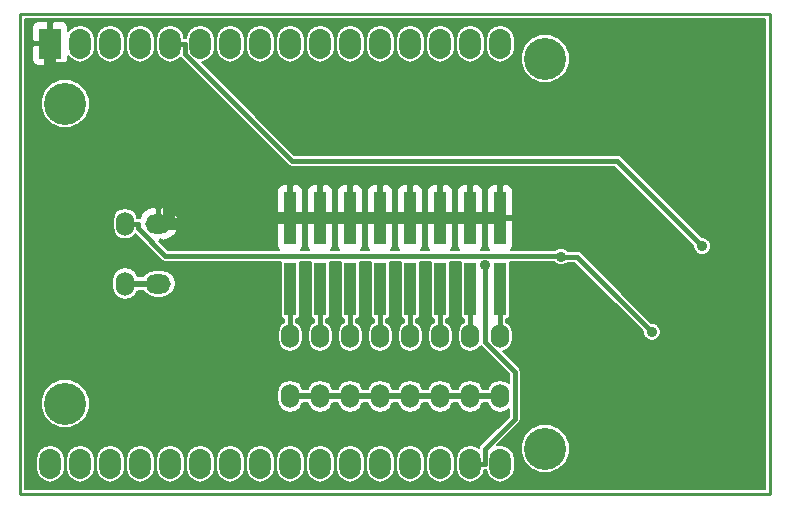
<source format=gtl>
G04 #@! TF.FileFunction,Copper,L1,Top,Signal*
%FSLAX46Y46*%
G04 Gerber Fmt 4.6, Leading zero omitted, Abs format (unit mm)*
G04 Created by KiCad (PCBNEW 4.1.0-alpha+201607250105+6992~46~ubuntu16.04.1-product) date Mon Jul 25 10:02:05 2016*
%MOMM*%
%LPD*%
G01*
G04 APERTURE LIST*
%ADD10C,0.100000*%
%ADD11C,0.228600*%
%ADD12O,1.854200X2.540000*%
%ADD13R,1.854200X2.540000*%
%ADD14C,3.556000*%
%ADD15O,1.524000X2.032000*%
%ADD16R,1.016000X4.495800*%
%ADD17O,2.159000X1.651000*%
%ADD18C,0.889000*%
%ADD19C,0.406400*%
%ADD20C,1.016000*%
%ADD21C,0.508000*%
%ADD22C,0.203200*%
G04 APERTURE END LIST*
D10*
D11*
X137160000Y-79375000D02*
X73660000Y-79375000D01*
X137160000Y-120015000D02*
X137160000Y-79375000D01*
X73660000Y-120015000D02*
X137160000Y-120015000D01*
X73660000Y-79375000D02*
X73660000Y-120015000D01*
D12*
X78740000Y-81915000D03*
X81280000Y-81915000D03*
D13*
X76200000Y-81915000D03*
D12*
X83820000Y-81915000D03*
X86360000Y-81915000D03*
X88900000Y-81915000D03*
X91440000Y-81915000D03*
X93980000Y-81915000D03*
X96520000Y-81915000D03*
X99060000Y-81915000D03*
X101600000Y-81915000D03*
X104140000Y-81915000D03*
X106680000Y-81915000D03*
X109220000Y-81915000D03*
X111760000Y-81915000D03*
X114300000Y-81915000D03*
X114300000Y-117475000D03*
X111760000Y-117475000D03*
X109220000Y-117475000D03*
X106680000Y-117475000D03*
X104140000Y-117475000D03*
X101600000Y-117475000D03*
X99060000Y-117475000D03*
X96520000Y-117475000D03*
X93980000Y-117475000D03*
X91440000Y-117475000D03*
X88900000Y-117475000D03*
X86360000Y-117475000D03*
X83820000Y-117475000D03*
X81280000Y-117475000D03*
X78740000Y-117475000D03*
X76200000Y-117475000D03*
D14*
X77470000Y-86995000D03*
X77470000Y-112395000D03*
X118110000Y-116205000D03*
X118110000Y-83185000D03*
D15*
X82550000Y-102235000D03*
X82550000Y-97155000D03*
X114300000Y-111760000D03*
X114300000Y-106680000D03*
X111760000Y-111760000D03*
X111760000Y-106680000D03*
X109220000Y-111760000D03*
X109220000Y-106680000D03*
X106680000Y-111760000D03*
X106680000Y-106680000D03*
X104140000Y-111760000D03*
X104140000Y-106680000D03*
X101600000Y-111760000D03*
X101600000Y-106680000D03*
X99060000Y-111760000D03*
X99060000Y-106680000D03*
X96520000Y-111760000D03*
X96520000Y-106680000D03*
D16*
X114300000Y-96697800D03*
X114300000Y-102692200D03*
X111760000Y-96697800D03*
X111760000Y-102692200D03*
X109220000Y-96697800D03*
X109220000Y-102692200D03*
X106680000Y-96697800D03*
X106680000Y-102692200D03*
X104140000Y-96697800D03*
X104140000Y-102692200D03*
X101600000Y-96697800D03*
X101600000Y-102692200D03*
X99060000Y-96697800D03*
X99060000Y-102692200D03*
X96520000Y-96697800D03*
X96520000Y-102692200D03*
D17*
X85369400Y-97155000D03*
X85369400Y-102235000D03*
D18*
X119454200Y-99950700D03*
X127136600Y-106313800D03*
X131416900Y-99069100D03*
X113030000Y-100635300D03*
D19*
X82550000Y-97155000D02*
X83642200Y-97155000D01*
X119389200Y-99885700D02*
X119454200Y-99950700D01*
X85963300Y-99885700D02*
X119389200Y-99885700D01*
X83642200Y-97564600D02*
X85963300Y-99885700D01*
X83642200Y-97155000D02*
X83642200Y-97564600D01*
X120773500Y-99950700D02*
X127136600Y-106313800D01*
X119454200Y-99950700D02*
X120773500Y-99950700D01*
D20*
X99060000Y-96697800D02*
X101600000Y-96697800D01*
X101600000Y-96697800D02*
X104140000Y-96697800D01*
X104140000Y-96697800D02*
X106680000Y-96697800D01*
X106680000Y-96697800D02*
X109220000Y-96697800D01*
X109220000Y-96697800D02*
X111760000Y-96697800D01*
X111760000Y-96697800D02*
X114300000Y-96697800D01*
X96520000Y-96697800D02*
X99060000Y-96697800D01*
X87668400Y-96697800D02*
X87211200Y-97155000D01*
X96520000Y-96697800D02*
X87668400Y-96697800D01*
X85369400Y-97155000D02*
X86290300Y-97155000D01*
X86290300Y-97155000D02*
X87211200Y-97155000D01*
X78040100Y-83947300D02*
X76200000Y-83947300D01*
X86290300Y-92197500D02*
X78040100Y-83947300D01*
X86290300Y-97155000D02*
X86290300Y-92197500D01*
X76200000Y-81915000D02*
X76200000Y-83947300D01*
D21*
X96520000Y-111760000D02*
X99060000Y-111760000D01*
X99060000Y-111760000D02*
X101600000Y-111760000D01*
X101600000Y-111760000D02*
X104140000Y-111760000D01*
X104140000Y-111760000D02*
X106680000Y-111760000D01*
X106680000Y-111760000D02*
X109220000Y-111760000D01*
X109220000Y-111760000D02*
X111760000Y-111760000D01*
X111760000Y-111760000D02*
X114300000Y-111760000D01*
X85369400Y-102235000D02*
X82550000Y-102235000D01*
D19*
X114300000Y-102692000D02*
X114300000Y-102692200D01*
X114300000Y-102692200D02*
X114300000Y-106680000D01*
X111760000Y-102692000D02*
X111760000Y-102692200D01*
X111760000Y-102692200D02*
X111760000Y-106680000D01*
X109220000Y-102692000D02*
X109220000Y-102692200D01*
X109220000Y-102692200D02*
X109220000Y-106680000D01*
X106680000Y-102692000D02*
X106680000Y-102692200D01*
X106680000Y-102692200D02*
X106680000Y-106680000D01*
X104140000Y-102692000D02*
X104140000Y-102692200D01*
X104140000Y-102692200D02*
X104140000Y-106680000D01*
X101600000Y-102692000D02*
X101600000Y-102692200D01*
X101600000Y-102692200D02*
X101600000Y-106680000D01*
X99060000Y-102692000D02*
X99060000Y-102692200D01*
X99060000Y-102692200D02*
X99060000Y-106680000D01*
X96520000Y-102692000D02*
X96520000Y-102692200D01*
X96520000Y-102692200D02*
X96520000Y-106680000D01*
X124178400Y-91830600D02*
X131416900Y-99069100D01*
X96668500Y-91830600D02*
X124178400Y-91830600D01*
X87617300Y-82779400D02*
X96668500Y-91830600D01*
X87617300Y-81915000D02*
X87617300Y-82779400D01*
X86360000Y-81915000D02*
X87617300Y-81915000D01*
X113017300Y-116217700D02*
X113017300Y-117475000D01*
X115519600Y-113715400D02*
X113017300Y-116217700D01*
X115519600Y-109684000D02*
X115519600Y-113715400D01*
X113030000Y-107194400D02*
X115519600Y-109684000D01*
X113030000Y-100635300D02*
X113030000Y-107194400D01*
X111760000Y-117475000D02*
X113017300Y-117475000D01*
D22*
G36*
X136740900Y-119595900D02*
X74079100Y-119595900D01*
X74079100Y-117101248D01*
X74968100Y-117101248D01*
X74968100Y-117848752D01*
X75061873Y-118320180D01*
X75328915Y-118719837D01*
X75728572Y-118986879D01*
X76200000Y-119080652D01*
X76671428Y-118986879D01*
X77071085Y-118719837D01*
X77338127Y-118320180D01*
X77431900Y-117848752D01*
X77431900Y-117101248D01*
X77508100Y-117101248D01*
X77508100Y-117848752D01*
X77601873Y-118320180D01*
X77868915Y-118719837D01*
X78268572Y-118986879D01*
X78740000Y-119080652D01*
X79211428Y-118986879D01*
X79611085Y-118719837D01*
X79878127Y-118320180D01*
X79971900Y-117848752D01*
X79971900Y-117101248D01*
X80048100Y-117101248D01*
X80048100Y-117848752D01*
X80141873Y-118320180D01*
X80408915Y-118719837D01*
X80808572Y-118986879D01*
X81280000Y-119080652D01*
X81751428Y-118986879D01*
X82151085Y-118719837D01*
X82418127Y-118320180D01*
X82511900Y-117848752D01*
X82511900Y-117101248D01*
X82588100Y-117101248D01*
X82588100Y-117848752D01*
X82681873Y-118320180D01*
X82948915Y-118719837D01*
X83348572Y-118986879D01*
X83820000Y-119080652D01*
X84291428Y-118986879D01*
X84691085Y-118719837D01*
X84958127Y-118320180D01*
X85051900Y-117848752D01*
X85051900Y-117101248D01*
X85128100Y-117101248D01*
X85128100Y-117848752D01*
X85221873Y-118320180D01*
X85488915Y-118719837D01*
X85888572Y-118986879D01*
X86360000Y-119080652D01*
X86831428Y-118986879D01*
X87231085Y-118719837D01*
X87498127Y-118320180D01*
X87591900Y-117848752D01*
X87591900Y-117101248D01*
X87668100Y-117101248D01*
X87668100Y-117848752D01*
X87761873Y-118320180D01*
X88028915Y-118719837D01*
X88428572Y-118986879D01*
X88900000Y-119080652D01*
X89371428Y-118986879D01*
X89771085Y-118719837D01*
X90038127Y-118320180D01*
X90131900Y-117848752D01*
X90131900Y-117101248D01*
X90208100Y-117101248D01*
X90208100Y-117848752D01*
X90301873Y-118320180D01*
X90568915Y-118719837D01*
X90968572Y-118986879D01*
X91440000Y-119080652D01*
X91911428Y-118986879D01*
X92311085Y-118719837D01*
X92578127Y-118320180D01*
X92671900Y-117848752D01*
X92671900Y-117101248D01*
X92748100Y-117101248D01*
X92748100Y-117848752D01*
X92841873Y-118320180D01*
X93108915Y-118719837D01*
X93508572Y-118986879D01*
X93980000Y-119080652D01*
X94451428Y-118986879D01*
X94851085Y-118719837D01*
X95118127Y-118320180D01*
X95211900Y-117848752D01*
X95211900Y-117101248D01*
X95288100Y-117101248D01*
X95288100Y-117848752D01*
X95381873Y-118320180D01*
X95648915Y-118719837D01*
X96048572Y-118986879D01*
X96520000Y-119080652D01*
X96991428Y-118986879D01*
X97391085Y-118719837D01*
X97658127Y-118320180D01*
X97751900Y-117848752D01*
X97751900Y-117101248D01*
X97828100Y-117101248D01*
X97828100Y-117848752D01*
X97921873Y-118320180D01*
X98188915Y-118719837D01*
X98588572Y-118986879D01*
X99060000Y-119080652D01*
X99531428Y-118986879D01*
X99931085Y-118719837D01*
X100198127Y-118320180D01*
X100291900Y-117848752D01*
X100291900Y-117101248D01*
X100368100Y-117101248D01*
X100368100Y-117848752D01*
X100461873Y-118320180D01*
X100728915Y-118719837D01*
X101128572Y-118986879D01*
X101600000Y-119080652D01*
X102071428Y-118986879D01*
X102471085Y-118719837D01*
X102738127Y-118320180D01*
X102831900Y-117848752D01*
X102831900Y-117101248D01*
X102908100Y-117101248D01*
X102908100Y-117848752D01*
X103001873Y-118320180D01*
X103268915Y-118719837D01*
X103668572Y-118986879D01*
X104140000Y-119080652D01*
X104611428Y-118986879D01*
X105011085Y-118719837D01*
X105278127Y-118320180D01*
X105371900Y-117848752D01*
X105371900Y-117101248D01*
X105448100Y-117101248D01*
X105448100Y-117848752D01*
X105541873Y-118320180D01*
X105808915Y-118719837D01*
X106208572Y-118986879D01*
X106680000Y-119080652D01*
X107151428Y-118986879D01*
X107551085Y-118719837D01*
X107818127Y-118320180D01*
X107911900Y-117848752D01*
X107911900Y-117101248D01*
X107988100Y-117101248D01*
X107988100Y-117848752D01*
X108081873Y-118320180D01*
X108348915Y-118719837D01*
X108748572Y-118986879D01*
X109220000Y-119080652D01*
X109691428Y-118986879D01*
X110091085Y-118719837D01*
X110358127Y-118320180D01*
X110451900Y-117848752D01*
X110451900Y-117101248D01*
X110358127Y-116629820D01*
X110091085Y-116230163D01*
X109691428Y-115963121D01*
X109220000Y-115869348D01*
X108748572Y-115963121D01*
X108348915Y-116230163D01*
X108081873Y-116629820D01*
X107988100Y-117101248D01*
X107911900Y-117101248D01*
X107818127Y-116629820D01*
X107551085Y-116230163D01*
X107151428Y-115963121D01*
X106680000Y-115869348D01*
X106208572Y-115963121D01*
X105808915Y-116230163D01*
X105541873Y-116629820D01*
X105448100Y-117101248D01*
X105371900Y-117101248D01*
X105278127Y-116629820D01*
X105011085Y-116230163D01*
X104611428Y-115963121D01*
X104140000Y-115869348D01*
X103668572Y-115963121D01*
X103268915Y-116230163D01*
X103001873Y-116629820D01*
X102908100Y-117101248D01*
X102831900Y-117101248D01*
X102738127Y-116629820D01*
X102471085Y-116230163D01*
X102071428Y-115963121D01*
X101600000Y-115869348D01*
X101128572Y-115963121D01*
X100728915Y-116230163D01*
X100461873Y-116629820D01*
X100368100Y-117101248D01*
X100291900Y-117101248D01*
X100198127Y-116629820D01*
X99931085Y-116230163D01*
X99531428Y-115963121D01*
X99060000Y-115869348D01*
X98588572Y-115963121D01*
X98188915Y-116230163D01*
X97921873Y-116629820D01*
X97828100Y-117101248D01*
X97751900Y-117101248D01*
X97658127Y-116629820D01*
X97391085Y-116230163D01*
X96991428Y-115963121D01*
X96520000Y-115869348D01*
X96048572Y-115963121D01*
X95648915Y-116230163D01*
X95381873Y-116629820D01*
X95288100Y-117101248D01*
X95211900Y-117101248D01*
X95118127Y-116629820D01*
X94851085Y-116230163D01*
X94451428Y-115963121D01*
X93980000Y-115869348D01*
X93508572Y-115963121D01*
X93108915Y-116230163D01*
X92841873Y-116629820D01*
X92748100Y-117101248D01*
X92671900Y-117101248D01*
X92578127Y-116629820D01*
X92311085Y-116230163D01*
X91911428Y-115963121D01*
X91440000Y-115869348D01*
X90968572Y-115963121D01*
X90568915Y-116230163D01*
X90301873Y-116629820D01*
X90208100Y-117101248D01*
X90131900Y-117101248D01*
X90038127Y-116629820D01*
X89771085Y-116230163D01*
X89371428Y-115963121D01*
X88900000Y-115869348D01*
X88428572Y-115963121D01*
X88028915Y-116230163D01*
X87761873Y-116629820D01*
X87668100Y-117101248D01*
X87591900Y-117101248D01*
X87498127Y-116629820D01*
X87231085Y-116230163D01*
X86831428Y-115963121D01*
X86360000Y-115869348D01*
X85888572Y-115963121D01*
X85488915Y-116230163D01*
X85221873Y-116629820D01*
X85128100Y-117101248D01*
X85051900Y-117101248D01*
X84958127Y-116629820D01*
X84691085Y-116230163D01*
X84291428Y-115963121D01*
X83820000Y-115869348D01*
X83348572Y-115963121D01*
X82948915Y-116230163D01*
X82681873Y-116629820D01*
X82588100Y-117101248D01*
X82511900Y-117101248D01*
X82418127Y-116629820D01*
X82151085Y-116230163D01*
X81751428Y-115963121D01*
X81280000Y-115869348D01*
X80808572Y-115963121D01*
X80408915Y-116230163D01*
X80141873Y-116629820D01*
X80048100Y-117101248D01*
X79971900Y-117101248D01*
X79878127Y-116629820D01*
X79611085Y-116230163D01*
X79211428Y-115963121D01*
X78740000Y-115869348D01*
X78268572Y-115963121D01*
X77868915Y-116230163D01*
X77601873Y-116629820D01*
X77508100Y-117101248D01*
X77431900Y-117101248D01*
X77338127Y-116629820D01*
X77071085Y-116230163D01*
X76671428Y-115963121D01*
X76200000Y-115869348D01*
X75728572Y-115963121D01*
X75328915Y-116230163D01*
X75061873Y-116629820D01*
X74968100Y-117101248D01*
X74079100Y-117101248D01*
X74079100Y-112807477D01*
X75386840Y-112807477D01*
X75703259Y-113573270D01*
X76288648Y-114159682D01*
X77053888Y-114477437D01*
X77882477Y-114478160D01*
X78648270Y-114161741D01*
X79234682Y-113576352D01*
X79552437Y-112811112D01*
X79553160Y-111982523D01*
X79236741Y-111216730D01*
X78651352Y-110630318D01*
X77886112Y-110312563D01*
X77057523Y-110311840D01*
X76291730Y-110628259D01*
X75705318Y-111213648D01*
X75387563Y-111978888D01*
X75386840Y-112807477D01*
X74079100Y-112807477D01*
X74079100Y-101954129D01*
X81432400Y-101954129D01*
X81432400Y-102515871D01*
X81517472Y-102943558D01*
X81759737Y-103306134D01*
X82122313Y-103548399D01*
X82550000Y-103633471D01*
X82977687Y-103548399D01*
X83340263Y-103306134D01*
X83582528Y-102943558D01*
X83602212Y-102844600D01*
X84101404Y-102844600D01*
X84252121Y-103070164D01*
X84635298Y-103326194D01*
X85087285Y-103416100D01*
X85651515Y-103416100D01*
X86103502Y-103326194D01*
X86486679Y-103070164D01*
X86742709Y-102686987D01*
X86832615Y-102235000D01*
X86742709Y-101783013D01*
X86486679Y-101399836D01*
X86103502Y-101143806D01*
X85651515Y-101053900D01*
X85087285Y-101053900D01*
X84635298Y-101143806D01*
X84252121Y-101399836D01*
X84101404Y-101625400D01*
X83602212Y-101625400D01*
X83582528Y-101526442D01*
X83340263Y-101163866D01*
X82977687Y-100921601D01*
X82550000Y-100836529D01*
X82122313Y-100921601D01*
X81759737Y-101163866D01*
X81517472Y-101526442D01*
X81432400Y-101954129D01*
X74079100Y-101954129D01*
X74079100Y-96875124D01*
X81483200Y-96875124D01*
X81483200Y-97434876D01*
X81564405Y-97843123D01*
X81795658Y-98189218D01*
X82141753Y-98420471D01*
X82550000Y-98501676D01*
X82958247Y-98420471D01*
X83304342Y-98189218D01*
X83402097Y-98042917D01*
X85604090Y-100244910D01*
X85768896Y-100355031D01*
X85963300Y-100393700D01*
X95711294Y-100393700D01*
X95701229Y-100444300D01*
X95701229Y-104940100D01*
X95724885Y-105059027D01*
X95792252Y-105159848D01*
X95893073Y-105227215D01*
X96012000Y-105250871D01*
X96012000Y-105481182D01*
X95765658Y-105645782D01*
X95534405Y-105991877D01*
X95453200Y-106400124D01*
X95453200Y-106959876D01*
X95534405Y-107368123D01*
X95765658Y-107714218D01*
X96111753Y-107945471D01*
X96520000Y-108026676D01*
X96928247Y-107945471D01*
X97274342Y-107714218D01*
X97505595Y-107368123D01*
X97586800Y-106959876D01*
X97586800Y-106400124D01*
X97505595Y-105991877D01*
X97274342Y-105645782D01*
X97028000Y-105481182D01*
X97028000Y-105250871D01*
X97146927Y-105227215D01*
X97247748Y-105159848D01*
X97315115Y-105059027D01*
X97338771Y-104940100D01*
X97338771Y-100444300D01*
X97328706Y-100393700D01*
X98251294Y-100393700D01*
X98241229Y-100444300D01*
X98241229Y-104940100D01*
X98264885Y-105059027D01*
X98332252Y-105159848D01*
X98433073Y-105227215D01*
X98552000Y-105250871D01*
X98552000Y-105481182D01*
X98305658Y-105645782D01*
X98074405Y-105991877D01*
X97993200Y-106400124D01*
X97993200Y-106959876D01*
X98074405Y-107368123D01*
X98305658Y-107714218D01*
X98651753Y-107945471D01*
X99060000Y-108026676D01*
X99468247Y-107945471D01*
X99814342Y-107714218D01*
X100045595Y-107368123D01*
X100126800Y-106959876D01*
X100126800Y-106400124D01*
X100045595Y-105991877D01*
X99814342Y-105645782D01*
X99568000Y-105481182D01*
X99568000Y-105250871D01*
X99686927Y-105227215D01*
X99787748Y-105159848D01*
X99855115Y-105059027D01*
X99878771Y-104940100D01*
X99878771Y-100444300D01*
X99868706Y-100393700D01*
X100791294Y-100393700D01*
X100781229Y-100444300D01*
X100781229Y-104940100D01*
X100804885Y-105059027D01*
X100872252Y-105159848D01*
X100973073Y-105227215D01*
X101092000Y-105250871D01*
X101092000Y-105481182D01*
X100845658Y-105645782D01*
X100614405Y-105991877D01*
X100533200Y-106400124D01*
X100533200Y-106959876D01*
X100614405Y-107368123D01*
X100845658Y-107714218D01*
X101191753Y-107945471D01*
X101600000Y-108026676D01*
X102008247Y-107945471D01*
X102354342Y-107714218D01*
X102585595Y-107368123D01*
X102666800Y-106959876D01*
X102666800Y-106400124D01*
X102585595Y-105991877D01*
X102354342Y-105645782D01*
X102108000Y-105481182D01*
X102108000Y-105250871D01*
X102226927Y-105227215D01*
X102327748Y-105159848D01*
X102395115Y-105059027D01*
X102418771Y-104940100D01*
X102418771Y-100444300D01*
X102408706Y-100393700D01*
X103331294Y-100393700D01*
X103321229Y-100444300D01*
X103321229Y-104940100D01*
X103344885Y-105059027D01*
X103412252Y-105159848D01*
X103513073Y-105227215D01*
X103632000Y-105250871D01*
X103632000Y-105481182D01*
X103385658Y-105645782D01*
X103154405Y-105991877D01*
X103073200Y-106400124D01*
X103073200Y-106959876D01*
X103154405Y-107368123D01*
X103385658Y-107714218D01*
X103731753Y-107945471D01*
X104140000Y-108026676D01*
X104548247Y-107945471D01*
X104894342Y-107714218D01*
X105125595Y-107368123D01*
X105206800Y-106959876D01*
X105206800Y-106400124D01*
X105125595Y-105991877D01*
X104894342Y-105645782D01*
X104648000Y-105481182D01*
X104648000Y-105250871D01*
X104766927Y-105227215D01*
X104867748Y-105159848D01*
X104935115Y-105059027D01*
X104958771Y-104940100D01*
X104958771Y-100444300D01*
X104948706Y-100393700D01*
X105871294Y-100393700D01*
X105861229Y-100444300D01*
X105861229Y-104940100D01*
X105884885Y-105059027D01*
X105952252Y-105159848D01*
X106053073Y-105227215D01*
X106172000Y-105250871D01*
X106172000Y-105481182D01*
X105925658Y-105645782D01*
X105694405Y-105991877D01*
X105613200Y-106400124D01*
X105613200Y-106959876D01*
X105694405Y-107368123D01*
X105925658Y-107714218D01*
X106271753Y-107945471D01*
X106680000Y-108026676D01*
X107088247Y-107945471D01*
X107434342Y-107714218D01*
X107665595Y-107368123D01*
X107746800Y-106959876D01*
X107746800Y-106400124D01*
X107665595Y-105991877D01*
X107434342Y-105645782D01*
X107188000Y-105481182D01*
X107188000Y-105250871D01*
X107306927Y-105227215D01*
X107407748Y-105159848D01*
X107475115Y-105059027D01*
X107498771Y-104940100D01*
X107498771Y-100444300D01*
X107488706Y-100393700D01*
X108411294Y-100393700D01*
X108401229Y-100444300D01*
X108401229Y-104940100D01*
X108424885Y-105059027D01*
X108492252Y-105159848D01*
X108593073Y-105227215D01*
X108712000Y-105250871D01*
X108712000Y-105481182D01*
X108465658Y-105645782D01*
X108234405Y-105991877D01*
X108153200Y-106400124D01*
X108153200Y-106959876D01*
X108234405Y-107368123D01*
X108465658Y-107714218D01*
X108811753Y-107945471D01*
X109220000Y-108026676D01*
X109628247Y-107945471D01*
X109974342Y-107714218D01*
X110205595Y-107368123D01*
X110286800Y-106959876D01*
X110286800Y-106400124D01*
X110205595Y-105991877D01*
X109974342Y-105645782D01*
X109728000Y-105481182D01*
X109728000Y-105250871D01*
X109846927Y-105227215D01*
X109947748Y-105159848D01*
X110015115Y-105059027D01*
X110038771Y-104940100D01*
X110038771Y-100444300D01*
X110028706Y-100393700D01*
X110951294Y-100393700D01*
X110941229Y-100444300D01*
X110941229Y-104940100D01*
X110964885Y-105059027D01*
X111032252Y-105159848D01*
X111133073Y-105227215D01*
X111252000Y-105250871D01*
X111252000Y-105481182D01*
X111005658Y-105645782D01*
X110774405Y-105991877D01*
X110693200Y-106400124D01*
X110693200Y-106959876D01*
X110774405Y-107368123D01*
X111005658Y-107714218D01*
X111351753Y-107945471D01*
X111760000Y-108026676D01*
X112168247Y-107945471D01*
X112514342Y-107714218D01*
X112646223Y-107516843D01*
X112670790Y-107553610D01*
X115011600Y-109894420D01*
X115011600Y-110636305D01*
X114727687Y-110446601D01*
X114300000Y-110361529D01*
X113872313Y-110446601D01*
X113509737Y-110688866D01*
X113267472Y-111051442D01*
X113247788Y-111150400D01*
X112812212Y-111150400D01*
X112792528Y-111051442D01*
X112550263Y-110688866D01*
X112187687Y-110446601D01*
X111760000Y-110361529D01*
X111332313Y-110446601D01*
X110969737Y-110688866D01*
X110727472Y-111051442D01*
X110707788Y-111150400D01*
X110272212Y-111150400D01*
X110252528Y-111051442D01*
X110010263Y-110688866D01*
X109647687Y-110446601D01*
X109220000Y-110361529D01*
X108792313Y-110446601D01*
X108429737Y-110688866D01*
X108187472Y-111051442D01*
X108167788Y-111150400D01*
X107732212Y-111150400D01*
X107712528Y-111051442D01*
X107470263Y-110688866D01*
X107107687Y-110446601D01*
X106680000Y-110361529D01*
X106252313Y-110446601D01*
X105889737Y-110688866D01*
X105647472Y-111051442D01*
X105627788Y-111150400D01*
X105192212Y-111150400D01*
X105172528Y-111051442D01*
X104930263Y-110688866D01*
X104567687Y-110446601D01*
X104140000Y-110361529D01*
X103712313Y-110446601D01*
X103349737Y-110688866D01*
X103107472Y-111051442D01*
X103087788Y-111150400D01*
X102652212Y-111150400D01*
X102632528Y-111051442D01*
X102390263Y-110688866D01*
X102027687Y-110446601D01*
X101600000Y-110361529D01*
X101172313Y-110446601D01*
X100809737Y-110688866D01*
X100567472Y-111051442D01*
X100547788Y-111150400D01*
X100112212Y-111150400D01*
X100092528Y-111051442D01*
X99850263Y-110688866D01*
X99487687Y-110446601D01*
X99060000Y-110361529D01*
X98632313Y-110446601D01*
X98269737Y-110688866D01*
X98027472Y-111051442D01*
X98007788Y-111150400D01*
X97572212Y-111150400D01*
X97552528Y-111051442D01*
X97310263Y-110688866D01*
X96947687Y-110446601D01*
X96520000Y-110361529D01*
X96092313Y-110446601D01*
X95729737Y-110688866D01*
X95487472Y-111051442D01*
X95402400Y-111479129D01*
X95402400Y-112040871D01*
X95487472Y-112468558D01*
X95729737Y-112831134D01*
X96092313Y-113073399D01*
X96520000Y-113158471D01*
X96947687Y-113073399D01*
X97310263Y-112831134D01*
X97552528Y-112468558D01*
X97572212Y-112369600D01*
X98007788Y-112369600D01*
X98027472Y-112468558D01*
X98269737Y-112831134D01*
X98632313Y-113073399D01*
X99060000Y-113158471D01*
X99487687Y-113073399D01*
X99850263Y-112831134D01*
X100092528Y-112468558D01*
X100112212Y-112369600D01*
X100547788Y-112369600D01*
X100567472Y-112468558D01*
X100809737Y-112831134D01*
X101172313Y-113073399D01*
X101600000Y-113158471D01*
X102027687Y-113073399D01*
X102390263Y-112831134D01*
X102632528Y-112468558D01*
X102652212Y-112369600D01*
X103087788Y-112369600D01*
X103107472Y-112468558D01*
X103349737Y-112831134D01*
X103712313Y-113073399D01*
X104140000Y-113158471D01*
X104567687Y-113073399D01*
X104930263Y-112831134D01*
X105172528Y-112468558D01*
X105192212Y-112369600D01*
X105627788Y-112369600D01*
X105647472Y-112468558D01*
X105889737Y-112831134D01*
X106252313Y-113073399D01*
X106680000Y-113158471D01*
X107107687Y-113073399D01*
X107470263Y-112831134D01*
X107712528Y-112468558D01*
X107732212Y-112369600D01*
X108167788Y-112369600D01*
X108187472Y-112468558D01*
X108429737Y-112831134D01*
X108792313Y-113073399D01*
X109220000Y-113158471D01*
X109647687Y-113073399D01*
X110010263Y-112831134D01*
X110252528Y-112468558D01*
X110272212Y-112369600D01*
X110707788Y-112369600D01*
X110727472Y-112468558D01*
X110969737Y-112831134D01*
X111332313Y-113073399D01*
X111760000Y-113158471D01*
X112187687Y-113073399D01*
X112550263Y-112831134D01*
X112792528Y-112468558D01*
X112812212Y-112369600D01*
X113247788Y-112369600D01*
X113267472Y-112468558D01*
X113509737Y-112831134D01*
X113872313Y-113073399D01*
X114300000Y-113158471D01*
X114727687Y-113073399D01*
X115011600Y-112883695D01*
X115011600Y-113504979D01*
X112658090Y-115858490D01*
X112547969Y-116023297D01*
X112521399Y-116156873D01*
X112231428Y-115963121D01*
X111760000Y-115869348D01*
X111288572Y-115963121D01*
X110888915Y-116230163D01*
X110621873Y-116629820D01*
X110528100Y-117101248D01*
X110528100Y-117848752D01*
X110621873Y-118320180D01*
X110888915Y-118719837D01*
X111288572Y-118986879D01*
X111760000Y-119080652D01*
X112231428Y-118986879D01*
X112631085Y-118719837D01*
X112898127Y-118320180D01*
X112965196Y-117983000D01*
X113017300Y-117983000D01*
X113091854Y-117968170D01*
X113161873Y-118320180D01*
X113428915Y-118719837D01*
X113828572Y-118986879D01*
X114300000Y-119080652D01*
X114771428Y-118986879D01*
X115171085Y-118719837D01*
X115438127Y-118320180D01*
X115531900Y-117848752D01*
X115531900Y-117101248D01*
X115438127Y-116629820D01*
X115429880Y-116617477D01*
X116026840Y-116617477D01*
X116343259Y-117383270D01*
X116928648Y-117969682D01*
X117693888Y-118287437D01*
X118522477Y-118288160D01*
X119288270Y-117971741D01*
X119874682Y-117386352D01*
X120192437Y-116621112D01*
X120193160Y-115792523D01*
X119876741Y-115026730D01*
X119291352Y-114440318D01*
X118526112Y-114122563D01*
X117697523Y-114121840D01*
X116931730Y-114438259D01*
X116345318Y-115023648D01*
X116027563Y-115788888D01*
X116026840Y-116617477D01*
X115429880Y-116617477D01*
X115171085Y-116230163D01*
X114771428Y-115963121D01*
X114300000Y-115869348D01*
X114030457Y-115922964D01*
X115878811Y-114074610D01*
X115988931Y-113909803D01*
X116027600Y-113715400D01*
X116027600Y-109684000D01*
X115988931Y-109489597D01*
X115988931Y-109489596D01*
X115878810Y-109324790D01*
X114534126Y-107980106D01*
X114708247Y-107945471D01*
X115054342Y-107714218D01*
X115285595Y-107368123D01*
X115366800Y-106959876D01*
X115366800Y-106400124D01*
X115285595Y-105991877D01*
X115054342Y-105645782D01*
X114808000Y-105481182D01*
X114808000Y-105250871D01*
X114926927Y-105227215D01*
X115027748Y-105159848D01*
X115095115Y-105059027D01*
X115118771Y-104940100D01*
X115118771Y-100444300D01*
X115108706Y-100393700D01*
X118837681Y-100393700D01*
X119029201Y-100585556D01*
X119304501Y-100699870D01*
X119602591Y-100700130D01*
X119878090Y-100586296D01*
X120005910Y-100458700D01*
X120563080Y-100458700D01*
X126387326Y-106282946D01*
X126387170Y-106462191D01*
X126501004Y-106737690D01*
X126711601Y-106948656D01*
X126986901Y-107062970D01*
X127284991Y-107063230D01*
X127560490Y-106949396D01*
X127771456Y-106738799D01*
X127885770Y-106463499D01*
X127886030Y-106165409D01*
X127772196Y-105889910D01*
X127561599Y-105678944D01*
X127286299Y-105564630D01*
X127105692Y-105564472D01*
X121132710Y-99591490D01*
X120967903Y-99481369D01*
X120773500Y-99442700D01*
X120005833Y-99442700D01*
X119879199Y-99315844D01*
X119603899Y-99201530D01*
X119305809Y-99201270D01*
X119030310Y-99315104D01*
X118967604Y-99377700D01*
X115238105Y-99377700D01*
X115324794Y-99291011D01*
X115417600Y-99066957D01*
X115417600Y-97002600D01*
X115265200Y-96850200D01*
X114452400Y-96850200D01*
X114452400Y-96870200D01*
X114147600Y-96870200D01*
X114147600Y-96850200D01*
X113334800Y-96850200D01*
X113182400Y-97002600D01*
X113182400Y-99066957D01*
X113275206Y-99291011D01*
X113361895Y-99377700D01*
X112698105Y-99377700D01*
X112784794Y-99291011D01*
X112877600Y-99066957D01*
X112877600Y-97002600D01*
X112725200Y-96850200D01*
X111912400Y-96850200D01*
X111912400Y-96870200D01*
X111607600Y-96870200D01*
X111607600Y-96850200D01*
X110794800Y-96850200D01*
X110642400Y-97002600D01*
X110642400Y-99066957D01*
X110735206Y-99291011D01*
X110821895Y-99377700D01*
X110158105Y-99377700D01*
X110244794Y-99291011D01*
X110337600Y-99066957D01*
X110337600Y-97002600D01*
X110185200Y-96850200D01*
X109372400Y-96850200D01*
X109372400Y-96870200D01*
X109067600Y-96870200D01*
X109067600Y-96850200D01*
X108254800Y-96850200D01*
X108102400Y-97002600D01*
X108102400Y-99066957D01*
X108195206Y-99291011D01*
X108281895Y-99377700D01*
X107618105Y-99377700D01*
X107704794Y-99291011D01*
X107797600Y-99066957D01*
X107797600Y-97002600D01*
X107645200Y-96850200D01*
X106832400Y-96850200D01*
X106832400Y-96870200D01*
X106527600Y-96870200D01*
X106527600Y-96850200D01*
X105714800Y-96850200D01*
X105562400Y-97002600D01*
X105562400Y-99066957D01*
X105655206Y-99291011D01*
X105741895Y-99377700D01*
X105078105Y-99377700D01*
X105164794Y-99291011D01*
X105257600Y-99066957D01*
X105257600Y-97002600D01*
X105105200Y-96850200D01*
X104292400Y-96850200D01*
X104292400Y-96870200D01*
X103987600Y-96870200D01*
X103987600Y-96850200D01*
X103174800Y-96850200D01*
X103022400Y-97002600D01*
X103022400Y-99066957D01*
X103115206Y-99291011D01*
X103201895Y-99377700D01*
X102538105Y-99377700D01*
X102624794Y-99291011D01*
X102717600Y-99066957D01*
X102717600Y-97002600D01*
X102565200Y-96850200D01*
X101752400Y-96850200D01*
X101752400Y-96870200D01*
X101447600Y-96870200D01*
X101447600Y-96850200D01*
X100634800Y-96850200D01*
X100482400Y-97002600D01*
X100482400Y-99066957D01*
X100575206Y-99291011D01*
X100661895Y-99377700D01*
X99998105Y-99377700D01*
X100084794Y-99291011D01*
X100177600Y-99066957D01*
X100177600Y-97002600D01*
X100025200Y-96850200D01*
X99212400Y-96850200D01*
X99212400Y-96870200D01*
X98907600Y-96870200D01*
X98907600Y-96850200D01*
X98094800Y-96850200D01*
X97942400Y-97002600D01*
X97942400Y-99066957D01*
X98035206Y-99291011D01*
X98121895Y-99377700D01*
X97458105Y-99377700D01*
X97544794Y-99291011D01*
X97637600Y-99066957D01*
X97637600Y-97002600D01*
X97485200Y-96850200D01*
X96672400Y-96850200D01*
X96672400Y-96870200D01*
X96367600Y-96870200D01*
X96367600Y-96850200D01*
X95554800Y-96850200D01*
X95402400Y-97002600D01*
X95402400Y-99066957D01*
X95495206Y-99291011D01*
X95581895Y-99377700D01*
X86173720Y-99377700D01*
X85386120Y-98590100D01*
X85521802Y-98590100D01*
X85521802Y-98443078D01*
X85748391Y-98593636D01*
X86289419Y-98436294D01*
X86729051Y-98083887D01*
X87000358Y-97590065D01*
X87008976Y-97528753D01*
X86897014Y-97307400D01*
X85521800Y-97307400D01*
X85521800Y-97327400D01*
X85217000Y-97327400D01*
X85217000Y-97307400D01*
X85197000Y-97307400D01*
X85197000Y-97002600D01*
X85217000Y-97002600D01*
X85217000Y-95866923D01*
X85521800Y-95866923D01*
X85521800Y-97002600D01*
X86897014Y-97002600D01*
X87008976Y-96781247D01*
X87000358Y-96719935D01*
X86729051Y-96226113D01*
X86289419Y-95873706D01*
X85748391Y-95716364D01*
X85521800Y-95866923D01*
X85217000Y-95866923D01*
X84990409Y-95716364D01*
X84449381Y-95873706D01*
X84009749Y-96226113D01*
X83765084Y-96671443D01*
X83642200Y-96647000D01*
X83571424Y-96647000D01*
X83535595Y-96466877D01*
X83304342Y-96120782D01*
X82958247Y-95889529D01*
X82550000Y-95808324D01*
X82141753Y-95889529D01*
X81795658Y-96120782D01*
X81564405Y-96466877D01*
X81483200Y-96875124D01*
X74079100Y-96875124D01*
X74079100Y-94328643D01*
X95402400Y-94328643D01*
X95402400Y-96393000D01*
X95554800Y-96545400D01*
X96367600Y-96545400D01*
X96367600Y-93992700D01*
X96672400Y-93992700D01*
X96672400Y-96545400D01*
X97485200Y-96545400D01*
X97637600Y-96393000D01*
X97637600Y-94328643D01*
X97942400Y-94328643D01*
X97942400Y-96393000D01*
X98094800Y-96545400D01*
X98907600Y-96545400D01*
X98907600Y-93992700D01*
X99212400Y-93992700D01*
X99212400Y-96545400D01*
X100025200Y-96545400D01*
X100177600Y-96393000D01*
X100177600Y-94328643D01*
X100482400Y-94328643D01*
X100482400Y-96393000D01*
X100634800Y-96545400D01*
X101447600Y-96545400D01*
X101447600Y-93992700D01*
X101752400Y-93992700D01*
X101752400Y-96545400D01*
X102565200Y-96545400D01*
X102717600Y-96393000D01*
X102717600Y-94328643D01*
X103022400Y-94328643D01*
X103022400Y-96393000D01*
X103174800Y-96545400D01*
X103987600Y-96545400D01*
X103987600Y-93992700D01*
X104292400Y-93992700D01*
X104292400Y-96545400D01*
X105105200Y-96545400D01*
X105257600Y-96393000D01*
X105257600Y-94328643D01*
X105562400Y-94328643D01*
X105562400Y-96393000D01*
X105714800Y-96545400D01*
X106527600Y-96545400D01*
X106527600Y-93992700D01*
X106832400Y-93992700D01*
X106832400Y-96545400D01*
X107645200Y-96545400D01*
X107797600Y-96393000D01*
X107797600Y-94328643D01*
X108102400Y-94328643D01*
X108102400Y-96393000D01*
X108254800Y-96545400D01*
X109067600Y-96545400D01*
X109067600Y-93992700D01*
X109372400Y-93992700D01*
X109372400Y-96545400D01*
X110185200Y-96545400D01*
X110337600Y-96393000D01*
X110337600Y-94328643D01*
X110642400Y-94328643D01*
X110642400Y-96393000D01*
X110794800Y-96545400D01*
X111607600Y-96545400D01*
X111607600Y-93992700D01*
X111912400Y-93992700D01*
X111912400Y-96545400D01*
X112725200Y-96545400D01*
X112877600Y-96393000D01*
X112877600Y-94328643D01*
X113182400Y-94328643D01*
X113182400Y-96393000D01*
X113334800Y-96545400D01*
X114147600Y-96545400D01*
X114147600Y-93992700D01*
X114452400Y-93992700D01*
X114452400Y-96545400D01*
X115265200Y-96545400D01*
X115417600Y-96393000D01*
X115417600Y-94328643D01*
X115324794Y-94104589D01*
X115153311Y-93933106D01*
X114929257Y-93840300D01*
X114604800Y-93840300D01*
X114452400Y-93992700D01*
X114147600Y-93992700D01*
X113995200Y-93840300D01*
X113670743Y-93840300D01*
X113446689Y-93933106D01*
X113275206Y-94104589D01*
X113182400Y-94328643D01*
X112877600Y-94328643D01*
X112784794Y-94104589D01*
X112613311Y-93933106D01*
X112389257Y-93840300D01*
X112064800Y-93840300D01*
X111912400Y-93992700D01*
X111607600Y-93992700D01*
X111455200Y-93840300D01*
X111130743Y-93840300D01*
X110906689Y-93933106D01*
X110735206Y-94104589D01*
X110642400Y-94328643D01*
X110337600Y-94328643D01*
X110244794Y-94104589D01*
X110073311Y-93933106D01*
X109849257Y-93840300D01*
X109524800Y-93840300D01*
X109372400Y-93992700D01*
X109067600Y-93992700D01*
X108915200Y-93840300D01*
X108590743Y-93840300D01*
X108366689Y-93933106D01*
X108195206Y-94104589D01*
X108102400Y-94328643D01*
X107797600Y-94328643D01*
X107704794Y-94104589D01*
X107533311Y-93933106D01*
X107309257Y-93840300D01*
X106984800Y-93840300D01*
X106832400Y-93992700D01*
X106527600Y-93992700D01*
X106375200Y-93840300D01*
X106050743Y-93840300D01*
X105826689Y-93933106D01*
X105655206Y-94104589D01*
X105562400Y-94328643D01*
X105257600Y-94328643D01*
X105164794Y-94104589D01*
X104993311Y-93933106D01*
X104769257Y-93840300D01*
X104444800Y-93840300D01*
X104292400Y-93992700D01*
X103987600Y-93992700D01*
X103835200Y-93840300D01*
X103510743Y-93840300D01*
X103286689Y-93933106D01*
X103115206Y-94104589D01*
X103022400Y-94328643D01*
X102717600Y-94328643D01*
X102624794Y-94104589D01*
X102453311Y-93933106D01*
X102229257Y-93840300D01*
X101904800Y-93840300D01*
X101752400Y-93992700D01*
X101447600Y-93992700D01*
X101295200Y-93840300D01*
X100970743Y-93840300D01*
X100746689Y-93933106D01*
X100575206Y-94104589D01*
X100482400Y-94328643D01*
X100177600Y-94328643D01*
X100084794Y-94104589D01*
X99913311Y-93933106D01*
X99689257Y-93840300D01*
X99364800Y-93840300D01*
X99212400Y-93992700D01*
X98907600Y-93992700D01*
X98755200Y-93840300D01*
X98430743Y-93840300D01*
X98206689Y-93933106D01*
X98035206Y-94104589D01*
X97942400Y-94328643D01*
X97637600Y-94328643D01*
X97544794Y-94104589D01*
X97373311Y-93933106D01*
X97149257Y-93840300D01*
X96824800Y-93840300D01*
X96672400Y-93992700D01*
X96367600Y-93992700D01*
X96215200Y-93840300D01*
X95890743Y-93840300D01*
X95666689Y-93933106D01*
X95495206Y-94104589D01*
X95402400Y-94328643D01*
X74079100Y-94328643D01*
X74079100Y-87407477D01*
X75386840Y-87407477D01*
X75703259Y-88173270D01*
X76288648Y-88759682D01*
X77053888Y-89077437D01*
X77882477Y-89078160D01*
X78648270Y-88761741D01*
X79234682Y-88176352D01*
X79552437Y-87411112D01*
X79553160Y-86582523D01*
X79236741Y-85816730D01*
X78651352Y-85230318D01*
X77886112Y-84912563D01*
X77057523Y-84911840D01*
X76291730Y-85228259D01*
X75705318Y-85813648D01*
X75387563Y-86578888D01*
X75386840Y-87407477D01*
X74079100Y-87407477D01*
X74079100Y-82219800D01*
X74663300Y-82219800D01*
X74663300Y-83306257D01*
X74756106Y-83530311D01*
X74927589Y-83701794D01*
X75151643Y-83794600D01*
X75895200Y-83794600D01*
X76047600Y-83642200D01*
X76047600Y-82067400D01*
X74815700Y-82067400D01*
X74663300Y-82219800D01*
X74079100Y-82219800D01*
X74079100Y-80523743D01*
X74663300Y-80523743D01*
X74663300Y-81610200D01*
X74815700Y-81762600D01*
X76047600Y-81762600D01*
X76047600Y-80187800D01*
X76352400Y-80187800D01*
X76352400Y-81762600D01*
X76372400Y-81762600D01*
X76372400Y-82067400D01*
X76352400Y-82067400D01*
X76352400Y-83642200D01*
X76504800Y-83794600D01*
X77248357Y-83794600D01*
X77472411Y-83701794D01*
X77643894Y-83530311D01*
X77736700Y-83306257D01*
X77736700Y-82961963D01*
X77868915Y-83159837D01*
X78268572Y-83426879D01*
X78740000Y-83520652D01*
X79211428Y-83426879D01*
X79611085Y-83159837D01*
X79878127Y-82760180D01*
X79971900Y-82288752D01*
X79971900Y-81541248D01*
X80048100Y-81541248D01*
X80048100Y-82288752D01*
X80141873Y-82760180D01*
X80408915Y-83159837D01*
X80808572Y-83426879D01*
X81280000Y-83520652D01*
X81751428Y-83426879D01*
X82151085Y-83159837D01*
X82418127Y-82760180D01*
X82511900Y-82288752D01*
X82511900Y-81541248D01*
X82588100Y-81541248D01*
X82588100Y-82288752D01*
X82681873Y-82760180D01*
X82948915Y-83159837D01*
X83348572Y-83426879D01*
X83820000Y-83520652D01*
X84291428Y-83426879D01*
X84691085Y-83159837D01*
X84958127Y-82760180D01*
X85051900Y-82288752D01*
X85051900Y-81541248D01*
X85128100Y-81541248D01*
X85128100Y-82288752D01*
X85221873Y-82760180D01*
X85488915Y-83159837D01*
X85888572Y-83426879D01*
X86360000Y-83520652D01*
X86831428Y-83426879D01*
X87231085Y-83159837D01*
X87251679Y-83129016D01*
X87258090Y-83138610D01*
X96309290Y-92189810D01*
X96474097Y-92299931D01*
X96668500Y-92338600D01*
X123967980Y-92338600D01*
X130667626Y-99038246D01*
X130667470Y-99217491D01*
X130781304Y-99492990D01*
X130991901Y-99703956D01*
X131267201Y-99818270D01*
X131565291Y-99818530D01*
X131840790Y-99704696D01*
X132051756Y-99494099D01*
X132166070Y-99218799D01*
X132166330Y-98920709D01*
X132052496Y-98645210D01*
X131841899Y-98434244D01*
X131566599Y-98319930D01*
X131385992Y-98319772D01*
X124537610Y-91471390D01*
X124372803Y-91361269D01*
X124178400Y-91322600D01*
X96878920Y-91322600D01*
X89153797Y-83597477D01*
X116026840Y-83597477D01*
X116343259Y-84363270D01*
X116928648Y-84949682D01*
X117693888Y-85267437D01*
X118522477Y-85268160D01*
X119288270Y-84951741D01*
X119874682Y-84366352D01*
X120192437Y-83601112D01*
X120193160Y-82772523D01*
X119876741Y-82006730D01*
X119291352Y-81420318D01*
X118526112Y-81102563D01*
X117697523Y-81101840D01*
X116931730Y-81418259D01*
X116345318Y-82003648D01*
X116027563Y-82768888D01*
X116026840Y-83597477D01*
X89153797Y-83597477D01*
X89047610Y-83491290D01*
X89371428Y-83426879D01*
X89771085Y-83159837D01*
X90038127Y-82760180D01*
X90131900Y-82288752D01*
X90131900Y-81541248D01*
X90208100Y-81541248D01*
X90208100Y-82288752D01*
X90301873Y-82760180D01*
X90568915Y-83159837D01*
X90968572Y-83426879D01*
X91440000Y-83520652D01*
X91911428Y-83426879D01*
X92311085Y-83159837D01*
X92578127Y-82760180D01*
X92671900Y-82288752D01*
X92671900Y-81541248D01*
X92748100Y-81541248D01*
X92748100Y-82288752D01*
X92841873Y-82760180D01*
X93108915Y-83159837D01*
X93508572Y-83426879D01*
X93980000Y-83520652D01*
X94451428Y-83426879D01*
X94851085Y-83159837D01*
X95118127Y-82760180D01*
X95211900Y-82288752D01*
X95211900Y-81541248D01*
X95288100Y-81541248D01*
X95288100Y-82288752D01*
X95381873Y-82760180D01*
X95648915Y-83159837D01*
X96048572Y-83426879D01*
X96520000Y-83520652D01*
X96991428Y-83426879D01*
X97391085Y-83159837D01*
X97658127Y-82760180D01*
X97751900Y-82288752D01*
X97751900Y-81541248D01*
X97828100Y-81541248D01*
X97828100Y-82288752D01*
X97921873Y-82760180D01*
X98188915Y-83159837D01*
X98588572Y-83426879D01*
X99060000Y-83520652D01*
X99531428Y-83426879D01*
X99931085Y-83159837D01*
X100198127Y-82760180D01*
X100291900Y-82288752D01*
X100291900Y-81541248D01*
X100368100Y-81541248D01*
X100368100Y-82288752D01*
X100461873Y-82760180D01*
X100728915Y-83159837D01*
X101128572Y-83426879D01*
X101600000Y-83520652D01*
X102071428Y-83426879D01*
X102471085Y-83159837D01*
X102738127Y-82760180D01*
X102831900Y-82288752D01*
X102831900Y-81541248D01*
X102908100Y-81541248D01*
X102908100Y-82288752D01*
X103001873Y-82760180D01*
X103268915Y-83159837D01*
X103668572Y-83426879D01*
X104140000Y-83520652D01*
X104611428Y-83426879D01*
X105011085Y-83159837D01*
X105278127Y-82760180D01*
X105371900Y-82288752D01*
X105371900Y-81541248D01*
X105448100Y-81541248D01*
X105448100Y-82288752D01*
X105541873Y-82760180D01*
X105808915Y-83159837D01*
X106208572Y-83426879D01*
X106680000Y-83520652D01*
X107151428Y-83426879D01*
X107551085Y-83159837D01*
X107818127Y-82760180D01*
X107911900Y-82288752D01*
X107911900Y-81541248D01*
X107988100Y-81541248D01*
X107988100Y-82288752D01*
X108081873Y-82760180D01*
X108348915Y-83159837D01*
X108748572Y-83426879D01*
X109220000Y-83520652D01*
X109691428Y-83426879D01*
X110091085Y-83159837D01*
X110358127Y-82760180D01*
X110451900Y-82288752D01*
X110451900Y-81541248D01*
X110528100Y-81541248D01*
X110528100Y-82288752D01*
X110621873Y-82760180D01*
X110888915Y-83159837D01*
X111288572Y-83426879D01*
X111760000Y-83520652D01*
X112231428Y-83426879D01*
X112631085Y-83159837D01*
X112898127Y-82760180D01*
X112991900Y-82288752D01*
X112991900Y-81541248D01*
X113068100Y-81541248D01*
X113068100Y-82288752D01*
X113161873Y-82760180D01*
X113428915Y-83159837D01*
X113828572Y-83426879D01*
X114300000Y-83520652D01*
X114771428Y-83426879D01*
X115171085Y-83159837D01*
X115438127Y-82760180D01*
X115531900Y-82288752D01*
X115531900Y-81541248D01*
X115438127Y-81069820D01*
X115171085Y-80670163D01*
X114771428Y-80403121D01*
X114300000Y-80309348D01*
X113828572Y-80403121D01*
X113428915Y-80670163D01*
X113161873Y-81069820D01*
X113068100Y-81541248D01*
X112991900Y-81541248D01*
X112898127Y-81069820D01*
X112631085Y-80670163D01*
X112231428Y-80403121D01*
X111760000Y-80309348D01*
X111288572Y-80403121D01*
X110888915Y-80670163D01*
X110621873Y-81069820D01*
X110528100Y-81541248D01*
X110451900Y-81541248D01*
X110358127Y-81069820D01*
X110091085Y-80670163D01*
X109691428Y-80403121D01*
X109220000Y-80309348D01*
X108748572Y-80403121D01*
X108348915Y-80670163D01*
X108081873Y-81069820D01*
X107988100Y-81541248D01*
X107911900Y-81541248D01*
X107818127Y-81069820D01*
X107551085Y-80670163D01*
X107151428Y-80403121D01*
X106680000Y-80309348D01*
X106208572Y-80403121D01*
X105808915Y-80670163D01*
X105541873Y-81069820D01*
X105448100Y-81541248D01*
X105371900Y-81541248D01*
X105278127Y-81069820D01*
X105011085Y-80670163D01*
X104611428Y-80403121D01*
X104140000Y-80309348D01*
X103668572Y-80403121D01*
X103268915Y-80670163D01*
X103001873Y-81069820D01*
X102908100Y-81541248D01*
X102831900Y-81541248D01*
X102738127Y-81069820D01*
X102471085Y-80670163D01*
X102071428Y-80403121D01*
X101600000Y-80309348D01*
X101128572Y-80403121D01*
X100728915Y-80670163D01*
X100461873Y-81069820D01*
X100368100Y-81541248D01*
X100291900Y-81541248D01*
X100198127Y-81069820D01*
X99931085Y-80670163D01*
X99531428Y-80403121D01*
X99060000Y-80309348D01*
X98588572Y-80403121D01*
X98188915Y-80670163D01*
X97921873Y-81069820D01*
X97828100Y-81541248D01*
X97751900Y-81541248D01*
X97658127Y-81069820D01*
X97391085Y-80670163D01*
X96991428Y-80403121D01*
X96520000Y-80309348D01*
X96048572Y-80403121D01*
X95648915Y-80670163D01*
X95381873Y-81069820D01*
X95288100Y-81541248D01*
X95211900Y-81541248D01*
X95118127Y-81069820D01*
X94851085Y-80670163D01*
X94451428Y-80403121D01*
X93980000Y-80309348D01*
X93508572Y-80403121D01*
X93108915Y-80670163D01*
X92841873Y-81069820D01*
X92748100Y-81541248D01*
X92671900Y-81541248D01*
X92578127Y-81069820D01*
X92311085Y-80670163D01*
X91911428Y-80403121D01*
X91440000Y-80309348D01*
X90968572Y-80403121D01*
X90568915Y-80670163D01*
X90301873Y-81069820D01*
X90208100Y-81541248D01*
X90131900Y-81541248D01*
X90038127Y-81069820D01*
X89771085Y-80670163D01*
X89371428Y-80403121D01*
X88900000Y-80309348D01*
X88428572Y-80403121D01*
X88028915Y-80670163D01*
X87761873Y-81069820D01*
X87691854Y-81421830D01*
X87617300Y-81407000D01*
X87565196Y-81407000D01*
X87498127Y-81069820D01*
X87231085Y-80670163D01*
X86831428Y-80403121D01*
X86360000Y-80309348D01*
X85888572Y-80403121D01*
X85488915Y-80670163D01*
X85221873Y-81069820D01*
X85128100Y-81541248D01*
X85051900Y-81541248D01*
X84958127Y-81069820D01*
X84691085Y-80670163D01*
X84291428Y-80403121D01*
X83820000Y-80309348D01*
X83348572Y-80403121D01*
X82948915Y-80670163D01*
X82681873Y-81069820D01*
X82588100Y-81541248D01*
X82511900Y-81541248D01*
X82418127Y-81069820D01*
X82151085Y-80670163D01*
X81751428Y-80403121D01*
X81280000Y-80309348D01*
X80808572Y-80403121D01*
X80408915Y-80670163D01*
X80141873Y-81069820D01*
X80048100Y-81541248D01*
X79971900Y-81541248D01*
X79878127Y-81069820D01*
X79611085Y-80670163D01*
X79211428Y-80403121D01*
X78740000Y-80309348D01*
X78268572Y-80403121D01*
X77868915Y-80670163D01*
X77736700Y-80868037D01*
X77736700Y-80523743D01*
X77643894Y-80299689D01*
X77472411Y-80128206D01*
X77248357Y-80035400D01*
X76504800Y-80035400D01*
X76352400Y-80187800D01*
X76047600Y-80187800D01*
X75895200Y-80035400D01*
X75151643Y-80035400D01*
X74927589Y-80128206D01*
X74756106Y-80299689D01*
X74663300Y-80523743D01*
X74079100Y-80523743D01*
X74079100Y-79794100D01*
X136740900Y-79794100D01*
X136740900Y-119595900D01*
X136740900Y-119595900D01*
G37*
X136740900Y-119595900D02*
X74079100Y-119595900D01*
X74079100Y-117101248D01*
X74968100Y-117101248D01*
X74968100Y-117848752D01*
X75061873Y-118320180D01*
X75328915Y-118719837D01*
X75728572Y-118986879D01*
X76200000Y-119080652D01*
X76671428Y-118986879D01*
X77071085Y-118719837D01*
X77338127Y-118320180D01*
X77431900Y-117848752D01*
X77431900Y-117101248D01*
X77508100Y-117101248D01*
X77508100Y-117848752D01*
X77601873Y-118320180D01*
X77868915Y-118719837D01*
X78268572Y-118986879D01*
X78740000Y-119080652D01*
X79211428Y-118986879D01*
X79611085Y-118719837D01*
X79878127Y-118320180D01*
X79971900Y-117848752D01*
X79971900Y-117101248D01*
X80048100Y-117101248D01*
X80048100Y-117848752D01*
X80141873Y-118320180D01*
X80408915Y-118719837D01*
X80808572Y-118986879D01*
X81280000Y-119080652D01*
X81751428Y-118986879D01*
X82151085Y-118719837D01*
X82418127Y-118320180D01*
X82511900Y-117848752D01*
X82511900Y-117101248D01*
X82588100Y-117101248D01*
X82588100Y-117848752D01*
X82681873Y-118320180D01*
X82948915Y-118719837D01*
X83348572Y-118986879D01*
X83820000Y-119080652D01*
X84291428Y-118986879D01*
X84691085Y-118719837D01*
X84958127Y-118320180D01*
X85051900Y-117848752D01*
X85051900Y-117101248D01*
X85128100Y-117101248D01*
X85128100Y-117848752D01*
X85221873Y-118320180D01*
X85488915Y-118719837D01*
X85888572Y-118986879D01*
X86360000Y-119080652D01*
X86831428Y-118986879D01*
X87231085Y-118719837D01*
X87498127Y-118320180D01*
X87591900Y-117848752D01*
X87591900Y-117101248D01*
X87668100Y-117101248D01*
X87668100Y-117848752D01*
X87761873Y-118320180D01*
X88028915Y-118719837D01*
X88428572Y-118986879D01*
X88900000Y-119080652D01*
X89371428Y-118986879D01*
X89771085Y-118719837D01*
X90038127Y-118320180D01*
X90131900Y-117848752D01*
X90131900Y-117101248D01*
X90208100Y-117101248D01*
X90208100Y-117848752D01*
X90301873Y-118320180D01*
X90568915Y-118719837D01*
X90968572Y-118986879D01*
X91440000Y-119080652D01*
X91911428Y-118986879D01*
X92311085Y-118719837D01*
X92578127Y-118320180D01*
X92671900Y-117848752D01*
X92671900Y-117101248D01*
X92748100Y-117101248D01*
X92748100Y-117848752D01*
X92841873Y-118320180D01*
X93108915Y-118719837D01*
X93508572Y-118986879D01*
X93980000Y-119080652D01*
X94451428Y-118986879D01*
X94851085Y-118719837D01*
X95118127Y-118320180D01*
X95211900Y-117848752D01*
X95211900Y-117101248D01*
X95288100Y-117101248D01*
X95288100Y-117848752D01*
X95381873Y-118320180D01*
X95648915Y-118719837D01*
X96048572Y-118986879D01*
X96520000Y-119080652D01*
X96991428Y-118986879D01*
X97391085Y-118719837D01*
X97658127Y-118320180D01*
X97751900Y-117848752D01*
X97751900Y-117101248D01*
X97828100Y-117101248D01*
X97828100Y-117848752D01*
X97921873Y-118320180D01*
X98188915Y-118719837D01*
X98588572Y-118986879D01*
X99060000Y-119080652D01*
X99531428Y-118986879D01*
X99931085Y-118719837D01*
X100198127Y-118320180D01*
X100291900Y-117848752D01*
X100291900Y-117101248D01*
X100368100Y-117101248D01*
X100368100Y-117848752D01*
X100461873Y-118320180D01*
X100728915Y-118719837D01*
X101128572Y-118986879D01*
X101600000Y-119080652D01*
X102071428Y-118986879D01*
X102471085Y-118719837D01*
X102738127Y-118320180D01*
X102831900Y-117848752D01*
X102831900Y-117101248D01*
X102908100Y-117101248D01*
X102908100Y-117848752D01*
X103001873Y-118320180D01*
X103268915Y-118719837D01*
X103668572Y-118986879D01*
X104140000Y-119080652D01*
X104611428Y-118986879D01*
X105011085Y-118719837D01*
X105278127Y-118320180D01*
X105371900Y-117848752D01*
X105371900Y-117101248D01*
X105448100Y-117101248D01*
X105448100Y-117848752D01*
X105541873Y-118320180D01*
X105808915Y-118719837D01*
X106208572Y-118986879D01*
X106680000Y-119080652D01*
X107151428Y-118986879D01*
X107551085Y-118719837D01*
X107818127Y-118320180D01*
X107911900Y-117848752D01*
X107911900Y-117101248D01*
X107988100Y-117101248D01*
X107988100Y-117848752D01*
X108081873Y-118320180D01*
X108348915Y-118719837D01*
X108748572Y-118986879D01*
X109220000Y-119080652D01*
X109691428Y-118986879D01*
X110091085Y-118719837D01*
X110358127Y-118320180D01*
X110451900Y-117848752D01*
X110451900Y-117101248D01*
X110358127Y-116629820D01*
X110091085Y-116230163D01*
X109691428Y-115963121D01*
X109220000Y-115869348D01*
X108748572Y-115963121D01*
X108348915Y-116230163D01*
X108081873Y-116629820D01*
X107988100Y-117101248D01*
X107911900Y-117101248D01*
X107818127Y-116629820D01*
X107551085Y-116230163D01*
X107151428Y-115963121D01*
X106680000Y-115869348D01*
X106208572Y-115963121D01*
X105808915Y-116230163D01*
X105541873Y-116629820D01*
X105448100Y-117101248D01*
X105371900Y-117101248D01*
X105278127Y-116629820D01*
X105011085Y-116230163D01*
X104611428Y-115963121D01*
X104140000Y-115869348D01*
X103668572Y-115963121D01*
X103268915Y-116230163D01*
X103001873Y-116629820D01*
X102908100Y-117101248D01*
X102831900Y-117101248D01*
X102738127Y-116629820D01*
X102471085Y-116230163D01*
X102071428Y-115963121D01*
X101600000Y-115869348D01*
X101128572Y-115963121D01*
X100728915Y-116230163D01*
X100461873Y-116629820D01*
X100368100Y-117101248D01*
X100291900Y-117101248D01*
X100198127Y-116629820D01*
X99931085Y-116230163D01*
X99531428Y-115963121D01*
X99060000Y-115869348D01*
X98588572Y-115963121D01*
X98188915Y-116230163D01*
X97921873Y-116629820D01*
X97828100Y-117101248D01*
X97751900Y-117101248D01*
X97658127Y-116629820D01*
X97391085Y-116230163D01*
X96991428Y-115963121D01*
X96520000Y-115869348D01*
X96048572Y-115963121D01*
X95648915Y-116230163D01*
X95381873Y-116629820D01*
X95288100Y-117101248D01*
X95211900Y-117101248D01*
X95118127Y-116629820D01*
X94851085Y-116230163D01*
X94451428Y-115963121D01*
X93980000Y-115869348D01*
X93508572Y-115963121D01*
X93108915Y-116230163D01*
X92841873Y-116629820D01*
X92748100Y-117101248D01*
X92671900Y-117101248D01*
X92578127Y-116629820D01*
X92311085Y-116230163D01*
X91911428Y-115963121D01*
X91440000Y-115869348D01*
X90968572Y-115963121D01*
X90568915Y-116230163D01*
X90301873Y-116629820D01*
X90208100Y-117101248D01*
X90131900Y-117101248D01*
X90038127Y-116629820D01*
X89771085Y-116230163D01*
X89371428Y-115963121D01*
X88900000Y-115869348D01*
X88428572Y-115963121D01*
X88028915Y-116230163D01*
X87761873Y-116629820D01*
X87668100Y-117101248D01*
X87591900Y-117101248D01*
X87498127Y-116629820D01*
X87231085Y-116230163D01*
X86831428Y-115963121D01*
X86360000Y-115869348D01*
X85888572Y-115963121D01*
X85488915Y-116230163D01*
X85221873Y-116629820D01*
X85128100Y-117101248D01*
X85051900Y-117101248D01*
X84958127Y-116629820D01*
X84691085Y-116230163D01*
X84291428Y-115963121D01*
X83820000Y-115869348D01*
X83348572Y-115963121D01*
X82948915Y-116230163D01*
X82681873Y-116629820D01*
X82588100Y-117101248D01*
X82511900Y-117101248D01*
X82418127Y-116629820D01*
X82151085Y-116230163D01*
X81751428Y-115963121D01*
X81280000Y-115869348D01*
X80808572Y-115963121D01*
X80408915Y-116230163D01*
X80141873Y-116629820D01*
X80048100Y-117101248D01*
X79971900Y-117101248D01*
X79878127Y-116629820D01*
X79611085Y-116230163D01*
X79211428Y-115963121D01*
X78740000Y-115869348D01*
X78268572Y-115963121D01*
X77868915Y-116230163D01*
X77601873Y-116629820D01*
X77508100Y-117101248D01*
X77431900Y-117101248D01*
X77338127Y-116629820D01*
X77071085Y-116230163D01*
X76671428Y-115963121D01*
X76200000Y-115869348D01*
X75728572Y-115963121D01*
X75328915Y-116230163D01*
X75061873Y-116629820D01*
X74968100Y-117101248D01*
X74079100Y-117101248D01*
X74079100Y-112807477D01*
X75386840Y-112807477D01*
X75703259Y-113573270D01*
X76288648Y-114159682D01*
X77053888Y-114477437D01*
X77882477Y-114478160D01*
X78648270Y-114161741D01*
X79234682Y-113576352D01*
X79552437Y-112811112D01*
X79553160Y-111982523D01*
X79236741Y-111216730D01*
X78651352Y-110630318D01*
X77886112Y-110312563D01*
X77057523Y-110311840D01*
X76291730Y-110628259D01*
X75705318Y-111213648D01*
X75387563Y-111978888D01*
X75386840Y-112807477D01*
X74079100Y-112807477D01*
X74079100Y-101954129D01*
X81432400Y-101954129D01*
X81432400Y-102515871D01*
X81517472Y-102943558D01*
X81759737Y-103306134D01*
X82122313Y-103548399D01*
X82550000Y-103633471D01*
X82977687Y-103548399D01*
X83340263Y-103306134D01*
X83582528Y-102943558D01*
X83602212Y-102844600D01*
X84101404Y-102844600D01*
X84252121Y-103070164D01*
X84635298Y-103326194D01*
X85087285Y-103416100D01*
X85651515Y-103416100D01*
X86103502Y-103326194D01*
X86486679Y-103070164D01*
X86742709Y-102686987D01*
X86832615Y-102235000D01*
X86742709Y-101783013D01*
X86486679Y-101399836D01*
X86103502Y-101143806D01*
X85651515Y-101053900D01*
X85087285Y-101053900D01*
X84635298Y-101143806D01*
X84252121Y-101399836D01*
X84101404Y-101625400D01*
X83602212Y-101625400D01*
X83582528Y-101526442D01*
X83340263Y-101163866D01*
X82977687Y-100921601D01*
X82550000Y-100836529D01*
X82122313Y-100921601D01*
X81759737Y-101163866D01*
X81517472Y-101526442D01*
X81432400Y-101954129D01*
X74079100Y-101954129D01*
X74079100Y-96875124D01*
X81483200Y-96875124D01*
X81483200Y-97434876D01*
X81564405Y-97843123D01*
X81795658Y-98189218D01*
X82141753Y-98420471D01*
X82550000Y-98501676D01*
X82958247Y-98420471D01*
X83304342Y-98189218D01*
X83402097Y-98042917D01*
X85604090Y-100244910D01*
X85768896Y-100355031D01*
X85963300Y-100393700D01*
X95711294Y-100393700D01*
X95701229Y-100444300D01*
X95701229Y-104940100D01*
X95724885Y-105059027D01*
X95792252Y-105159848D01*
X95893073Y-105227215D01*
X96012000Y-105250871D01*
X96012000Y-105481182D01*
X95765658Y-105645782D01*
X95534405Y-105991877D01*
X95453200Y-106400124D01*
X95453200Y-106959876D01*
X95534405Y-107368123D01*
X95765658Y-107714218D01*
X96111753Y-107945471D01*
X96520000Y-108026676D01*
X96928247Y-107945471D01*
X97274342Y-107714218D01*
X97505595Y-107368123D01*
X97586800Y-106959876D01*
X97586800Y-106400124D01*
X97505595Y-105991877D01*
X97274342Y-105645782D01*
X97028000Y-105481182D01*
X97028000Y-105250871D01*
X97146927Y-105227215D01*
X97247748Y-105159848D01*
X97315115Y-105059027D01*
X97338771Y-104940100D01*
X97338771Y-100444300D01*
X97328706Y-100393700D01*
X98251294Y-100393700D01*
X98241229Y-100444300D01*
X98241229Y-104940100D01*
X98264885Y-105059027D01*
X98332252Y-105159848D01*
X98433073Y-105227215D01*
X98552000Y-105250871D01*
X98552000Y-105481182D01*
X98305658Y-105645782D01*
X98074405Y-105991877D01*
X97993200Y-106400124D01*
X97993200Y-106959876D01*
X98074405Y-107368123D01*
X98305658Y-107714218D01*
X98651753Y-107945471D01*
X99060000Y-108026676D01*
X99468247Y-107945471D01*
X99814342Y-107714218D01*
X100045595Y-107368123D01*
X100126800Y-106959876D01*
X100126800Y-106400124D01*
X100045595Y-105991877D01*
X99814342Y-105645782D01*
X99568000Y-105481182D01*
X99568000Y-105250871D01*
X99686927Y-105227215D01*
X99787748Y-105159848D01*
X99855115Y-105059027D01*
X99878771Y-104940100D01*
X99878771Y-100444300D01*
X99868706Y-100393700D01*
X100791294Y-100393700D01*
X100781229Y-100444300D01*
X100781229Y-104940100D01*
X100804885Y-105059027D01*
X100872252Y-105159848D01*
X100973073Y-105227215D01*
X101092000Y-105250871D01*
X101092000Y-105481182D01*
X100845658Y-105645782D01*
X100614405Y-105991877D01*
X100533200Y-106400124D01*
X100533200Y-106959876D01*
X100614405Y-107368123D01*
X100845658Y-107714218D01*
X101191753Y-107945471D01*
X101600000Y-108026676D01*
X102008247Y-107945471D01*
X102354342Y-107714218D01*
X102585595Y-107368123D01*
X102666800Y-106959876D01*
X102666800Y-106400124D01*
X102585595Y-105991877D01*
X102354342Y-105645782D01*
X102108000Y-105481182D01*
X102108000Y-105250871D01*
X102226927Y-105227215D01*
X102327748Y-105159848D01*
X102395115Y-105059027D01*
X102418771Y-104940100D01*
X102418771Y-100444300D01*
X102408706Y-100393700D01*
X103331294Y-100393700D01*
X103321229Y-100444300D01*
X103321229Y-104940100D01*
X103344885Y-105059027D01*
X103412252Y-105159848D01*
X103513073Y-105227215D01*
X103632000Y-105250871D01*
X103632000Y-105481182D01*
X103385658Y-105645782D01*
X103154405Y-105991877D01*
X103073200Y-106400124D01*
X103073200Y-106959876D01*
X103154405Y-107368123D01*
X103385658Y-107714218D01*
X103731753Y-107945471D01*
X104140000Y-108026676D01*
X104548247Y-107945471D01*
X104894342Y-107714218D01*
X105125595Y-107368123D01*
X105206800Y-106959876D01*
X105206800Y-106400124D01*
X105125595Y-105991877D01*
X104894342Y-105645782D01*
X104648000Y-105481182D01*
X104648000Y-105250871D01*
X104766927Y-105227215D01*
X104867748Y-105159848D01*
X104935115Y-105059027D01*
X104958771Y-104940100D01*
X104958771Y-100444300D01*
X104948706Y-100393700D01*
X105871294Y-100393700D01*
X105861229Y-100444300D01*
X105861229Y-104940100D01*
X105884885Y-105059027D01*
X105952252Y-105159848D01*
X106053073Y-105227215D01*
X106172000Y-105250871D01*
X106172000Y-105481182D01*
X105925658Y-105645782D01*
X105694405Y-105991877D01*
X105613200Y-106400124D01*
X105613200Y-106959876D01*
X105694405Y-107368123D01*
X105925658Y-107714218D01*
X106271753Y-107945471D01*
X106680000Y-108026676D01*
X107088247Y-107945471D01*
X107434342Y-107714218D01*
X107665595Y-107368123D01*
X107746800Y-106959876D01*
X107746800Y-106400124D01*
X107665595Y-105991877D01*
X107434342Y-105645782D01*
X107188000Y-105481182D01*
X107188000Y-105250871D01*
X107306927Y-105227215D01*
X107407748Y-105159848D01*
X107475115Y-105059027D01*
X107498771Y-104940100D01*
X107498771Y-100444300D01*
X107488706Y-100393700D01*
X108411294Y-100393700D01*
X108401229Y-100444300D01*
X108401229Y-104940100D01*
X108424885Y-105059027D01*
X108492252Y-105159848D01*
X108593073Y-105227215D01*
X108712000Y-105250871D01*
X108712000Y-105481182D01*
X108465658Y-105645782D01*
X108234405Y-105991877D01*
X108153200Y-106400124D01*
X108153200Y-106959876D01*
X108234405Y-107368123D01*
X108465658Y-107714218D01*
X108811753Y-107945471D01*
X109220000Y-108026676D01*
X109628247Y-107945471D01*
X109974342Y-107714218D01*
X110205595Y-107368123D01*
X110286800Y-106959876D01*
X110286800Y-106400124D01*
X110205595Y-105991877D01*
X109974342Y-105645782D01*
X109728000Y-105481182D01*
X109728000Y-105250871D01*
X109846927Y-105227215D01*
X109947748Y-105159848D01*
X110015115Y-105059027D01*
X110038771Y-104940100D01*
X110038771Y-100444300D01*
X110028706Y-100393700D01*
X110951294Y-100393700D01*
X110941229Y-100444300D01*
X110941229Y-104940100D01*
X110964885Y-105059027D01*
X111032252Y-105159848D01*
X111133073Y-105227215D01*
X111252000Y-105250871D01*
X111252000Y-105481182D01*
X111005658Y-105645782D01*
X110774405Y-105991877D01*
X110693200Y-106400124D01*
X110693200Y-106959876D01*
X110774405Y-107368123D01*
X111005658Y-107714218D01*
X111351753Y-107945471D01*
X111760000Y-108026676D01*
X112168247Y-107945471D01*
X112514342Y-107714218D01*
X112646223Y-107516843D01*
X112670790Y-107553610D01*
X115011600Y-109894420D01*
X115011600Y-110636305D01*
X114727687Y-110446601D01*
X114300000Y-110361529D01*
X113872313Y-110446601D01*
X113509737Y-110688866D01*
X113267472Y-111051442D01*
X113247788Y-111150400D01*
X112812212Y-111150400D01*
X112792528Y-111051442D01*
X112550263Y-110688866D01*
X112187687Y-110446601D01*
X111760000Y-110361529D01*
X111332313Y-110446601D01*
X110969737Y-110688866D01*
X110727472Y-111051442D01*
X110707788Y-111150400D01*
X110272212Y-111150400D01*
X110252528Y-111051442D01*
X110010263Y-110688866D01*
X109647687Y-110446601D01*
X109220000Y-110361529D01*
X108792313Y-110446601D01*
X108429737Y-110688866D01*
X108187472Y-111051442D01*
X108167788Y-111150400D01*
X107732212Y-111150400D01*
X107712528Y-111051442D01*
X107470263Y-110688866D01*
X107107687Y-110446601D01*
X106680000Y-110361529D01*
X106252313Y-110446601D01*
X105889737Y-110688866D01*
X105647472Y-111051442D01*
X105627788Y-111150400D01*
X105192212Y-111150400D01*
X105172528Y-111051442D01*
X104930263Y-110688866D01*
X104567687Y-110446601D01*
X104140000Y-110361529D01*
X103712313Y-110446601D01*
X103349737Y-110688866D01*
X103107472Y-111051442D01*
X103087788Y-111150400D01*
X102652212Y-111150400D01*
X102632528Y-111051442D01*
X102390263Y-110688866D01*
X102027687Y-110446601D01*
X101600000Y-110361529D01*
X101172313Y-110446601D01*
X100809737Y-110688866D01*
X100567472Y-111051442D01*
X100547788Y-111150400D01*
X100112212Y-111150400D01*
X100092528Y-111051442D01*
X99850263Y-110688866D01*
X99487687Y-110446601D01*
X99060000Y-110361529D01*
X98632313Y-110446601D01*
X98269737Y-110688866D01*
X98027472Y-111051442D01*
X98007788Y-111150400D01*
X97572212Y-111150400D01*
X97552528Y-111051442D01*
X97310263Y-110688866D01*
X96947687Y-110446601D01*
X96520000Y-110361529D01*
X96092313Y-110446601D01*
X95729737Y-110688866D01*
X95487472Y-111051442D01*
X95402400Y-111479129D01*
X95402400Y-112040871D01*
X95487472Y-112468558D01*
X95729737Y-112831134D01*
X96092313Y-113073399D01*
X96520000Y-113158471D01*
X96947687Y-113073399D01*
X97310263Y-112831134D01*
X97552528Y-112468558D01*
X97572212Y-112369600D01*
X98007788Y-112369600D01*
X98027472Y-112468558D01*
X98269737Y-112831134D01*
X98632313Y-113073399D01*
X99060000Y-113158471D01*
X99487687Y-113073399D01*
X99850263Y-112831134D01*
X100092528Y-112468558D01*
X100112212Y-112369600D01*
X100547788Y-112369600D01*
X100567472Y-112468558D01*
X100809737Y-112831134D01*
X101172313Y-113073399D01*
X101600000Y-113158471D01*
X102027687Y-113073399D01*
X102390263Y-112831134D01*
X102632528Y-112468558D01*
X102652212Y-112369600D01*
X103087788Y-112369600D01*
X103107472Y-112468558D01*
X103349737Y-112831134D01*
X103712313Y-113073399D01*
X104140000Y-113158471D01*
X104567687Y-113073399D01*
X104930263Y-112831134D01*
X105172528Y-112468558D01*
X105192212Y-112369600D01*
X105627788Y-112369600D01*
X105647472Y-112468558D01*
X105889737Y-112831134D01*
X106252313Y-113073399D01*
X106680000Y-113158471D01*
X107107687Y-113073399D01*
X107470263Y-112831134D01*
X107712528Y-112468558D01*
X107732212Y-112369600D01*
X108167788Y-112369600D01*
X108187472Y-112468558D01*
X108429737Y-112831134D01*
X108792313Y-113073399D01*
X109220000Y-113158471D01*
X109647687Y-113073399D01*
X110010263Y-112831134D01*
X110252528Y-112468558D01*
X110272212Y-112369600D01*
X110707788Y-112369600D01*
X110727472Y-112468558D01*
X110969737Y-112831134D01*
X111332313Y-113073399D01*
X111760000Y-113158471D01*
X112187687Y-113073399D01*
X112550263Y-112831134D01*
X112792528Y-112468558D01*
X112812212Y-112369600D01*
X113247788Y-112369600D01*
X113267472Y-112468558D01*
X113509737Y-112831134D01*
X113872313Y-113073399D01*
X114300000Y-113158471D01*
X114727687Y-113073399D01*
X115011600Y-112883695D01*
X115011600Y-113504979D01*
X112658090Y-115858490D01*
X112547969Y-116023297D01*
X112521399Y-116156873D01*
X112231428Y-115963121D01*
X111760000Y-115869348D01*
X111288572Y-115963121D01*
X110888915Y-116230163D01*
X110621873Y-116629820D01*
X110528100Y-117101248D01*
X110528100Y-117848752D01*
X110621873Y-118320180D01*
X110888915Y-118719837D01*
X111288572Y-118986879D01*
X111760000Y-119080652D01*
X112231428Y-118986879D01*
X112631085Y-118719837D01*
X112898127Y-118320180D01*
X112965196Y-117983000D01*
X113017300Y-117983000D01*
X113091854Y-117968170D01*
X113161873Y-118320180D01*
X113428915Y-118719837D01*
X113828572Y-118986879D01*
X114300000Y-119080652D01*
X114771428Y-118986879D01*
X115171085Y-118719837D01*
X115438127Y-118320180D01*
X115531900Y-117848752D01*
X115531900Y-117101248D01*
X115438127Y-116629820D01*
X115429880Y-116617477D01*
X116026840Y-116617477D01*
X116343259Y-117383270D01*
X116928648Y-117969682D01*
X117693888Y-118287437D01*
X118522477Y-118288160D01*
X119288270Y-117971741D01*
X119874682Y-117386352D01*
X120192437Y-116621112D01*
X120193160Y-115792523D01*
X119876741Y-115026730D01*
X119291352Y-114440318D01*
X118526112Y-114122563D01*
X117697523Y-114121840D01*
X116931730Y-114438259D01*
X116345318Y-115023648D01*
X116027563Y-115788888D01*
X116026840Y-116617477D01*
X115429880Y-116617477D01*
X115171085Y-116230163D01*
X114771428Y-115963121D01*
X114300000Y-115869348D01*
X114030457Y-115922964D01*
X115878811Y-114074610D01*
X115988931Y-113909803D01*
X116027600Y-113715400D01*
X116027600Y-109684000D01*
X115988931Y-109489597D01*
X115988931Y-109489596D01*
X115878810Y-109324790D01*
X114534126Y-107980106D01*
X114708247Y-107945471D01*
X115054342Y-107714218D01*
X115285595Y-107368123D01*
X115366800Y-106959876D01*
X115366800Y-106400124D01*
X115285595Y-105991877D01*
X115054342Y-105645782D01*
X114808000Y-105481182D01*
X114808000Y-105250871D01*
X114926927Y-105227215D01*
X115027748Y-105159848D01*
X115095115Y-105059027D01*
X115118771Y-104940100D01*
X115118771Y-100444300D01*
X115108706Y-100393700D01*
X118837681Y-100393700D01*
X119029201Y-100585556D01*
X119304501Y-100699870D01*
X119602591Y-100700130D01*
X119878090Y-100586296D01*
X120005910Y-100458700D01*
X120563080Y-100458700D01*
X126387326Y-106282946D01*
X126387170Y-106462191D01*
X126501004Y-106737690D01*
X126711601Y-106948656D01*
X126986901Y-107062970D01*
X127284991Y-107063230D01*
X127560490Y-106949396D01*
X127771456Y-106738799D01*
X127885770Y-106463499D01*
X127886030Y-106165409D01*
X127772196Y-105889910D01*
X127561599Y-105678944D01*
X127286299Y-105564630D01*
X127105692Y-105564472D01*
X121132710Y-99591490D01*
X120967903Y-99481369D01*
X120773500Y-99442700D01*
X120005833Y-99442700D01*
X119879199Y-99315844D01*
X119603899Y-99201530D01*
X119305809Y-99201270D01*
X119030310Y-99315104D01*
X118967604Y-99377700D01*
X115238105Y-99377700D01*
X115324794Y-99291011D01*
X115417600Y-99066957D01*
X115417600Y-97002600D01*
X115265200Y-96850200D01*
X114452400Y-96850200D01*
X114452400Y-96870200D01*
X114147600Y-96870200D01*
X114147600Y-96850200D01*
X113334800Y-96850200D01*
X113182400Y-97002600D01*
X113182400Y-99066957D01*
X113275206Y-99291011D01*
X113361895Y-99377700D01*
X112698105Y-99377700D01*
X112784794Y-99291011D01*
X112877600Y-99066957D01*
X112877600Y-97002600D01*
X112725200Y-96850200D01*
X111912400Y-96850200D01*
X111912400Y-96870200D01*
X111607600Y-96870200D01*
X111607600Y-96850200D01*
X110794800Y-96850200D01*
X110642400Y-97002600D01*
X110642400Y-99066957D01*
X110735206Y-99291011D01*
X110821895Y-99377700D01*
X110158105Y-99377700D01*
X110244794Y-99291011D01*
X110337600Y-99066957D01*
X110337600Y-97002600D01*
X110185200Y-96850200D01*
X109372400Y-96850200D01*
X109372400Y-96870200D01*
X109067600Y-96870200D01*
X109067600Y-96850200D01*
X108254800Y-96850200D01*
X108102400Y-97002600D01*
X108102400Y-99066957D01*
X108195206Y-99291011D01*
X108281895Y-99377700D01*
X107618105Y-99377700D01*
X107704794Y-99291011D01*
X107797600Y-99066957D01*
X107797600Y-97002600D01*
X107645200Y-96850200D01*
X106832400Y-96850200D01*
X106832400Y-96870200D01*
X106527600Y-96870200D01*
X106527600Y-96850200D01*
X105714800Y-96850200D01*
X105562400Y-97002600D01*
X105562400Y-99066957D01*
X105655206Y-99291011D01*
X105741895Y-99377700D01*
X105078105Y-99377700D01*
X105164794Y-99291011D01*
X105257600Y-99066957D01*
X105257600Y-97002600D01*
X105105200Y-96850200D01*
X104292400Y-96850200D01*
X104292400Y-96870200D01*
X103987600Y-96870200D01*
X103987600Y-96850200D01*
X103174800Y-96850200D01*
X103022400Y-97002600D01*
X103022400Y-99066957D01*
X103115206Y-99291011D01*
X103201895Y-99377700D01*
X102538105Y-99377700D01*
X102624794Y-99291011D01*
X102717600Y-99066957D01*
X102717600Y-97002600D01*
X102565200Y-96850200D01*
X101752400Y-96850200D01*
X101752400Y-96870200D01*
X101447600Y-96870200D01*
X101447600Y-96850200D01*
X100634800Y-96850200D01*
X100482400Y-97002600D01*
X100482400Y-99066957D01*
X100575206Y-99291011D01*
X100661895Y-99377700D01*
X99998105Y-99377700D01*
X100084794Y-99291011D01*
X100177600Y-99066957D01*
X100177600Y-97002600D01*
X100025200Y-96850200D01*
X99212400Y-96850200D01*
X99212400Y-96870200D01*
X98907600Y-96870200D01*
X98907600Y-96850200D01*
X98094800Y-96850200D01*
X97942400Y-97002600D01*
X97942400Y-99066957D01*
X98035206Y-99291011D01*
X98121895Y-99377700D01*
X97458105Y-99377700D01*
X97544794Y-99291011D01*
X97637600Y-99066957D01*
X97637600Y-97002600D01*
X97485200Y-96850200D01*
X96672400Y-96850200D01*
X96672400Y-96870200D01*
X96367600Y-96870200D01*
X96367600Y-96850200D01*
X95554800Y-96850200D01*
X95402400Y-97002600D01*
X95402400Y-99066957D01*
X95495206Y-99291011D01*
X95581895Y-99377700D01*
X86173720Y-99377700D01*
X85386120Y-98590100D01*
X85521802Y-98590100D01*
X85521802Y-98443078D01*
X85748391Y-98593636D01*
X86289419Y-98436294D01*
X86729051Y-98083887D01*
X87000358Y-97590065D01*
X87008976Y-97528753D01*
X86897014Y-97307400D01*
X85521800Y-97307400D01*
X85521800Y-97327400D01*
X85217000Y-97327400D01*
X85217000Y-97307400D01*
X85197000Y-97307400D01*
X85197000Y-97002600D01*
X85217000Y-97002600D01*
X85217000Y-95866923D01*
X85521800Y-95866923D01*
X85521800Y-97002600D01*
X86897014Y-97002600D01*
X87008976Y-96781247D01*
X87000358Y-96719935D01*
X86729051Y-96226113D01*
X86289419Y-95873706D01*
X85748391Y-95716364D01*
X85521800Y-95866923D01*
X85217000Y-95866923D01*
X84990409Y-95716364D01*
X84449381Y-95873706D01*
X84009749Y-96226113D01*
X83765084Y-96671443D01*
X83642200Y-96647000D01*
X83571424Y-96647000D01*
X83535595Y-96466877D01*
X83304342Y-96120782D01*
X82958247Y-95889529D01*
X82550000Y-95808324D01*
X82141753Y-95889529D01*
X81795658Y-96120782D01*
X81564405Y-96466877D01*
X81483200Y-96875124D01*
X74079100Y-96875124D01*
X74079100Y-94328643D01*
X95402400Y-94328643D01*
X95402400Y-96393000D01*
X95554800Y-96545400D01*
X96367600Y-96545400D01*
X96367600Y-93992700D01*
X96672400Y-93992700D01*
X96672400Y-96545400D01*
X97485200Y-96545400D01*
X97637600Y-96393000D01*
X97637600Y-94328643D01*
X97942400Y-94328643D01*
X97942400Y-96393000D01*
X98094800Y-96545400D01*
X98907600Y-96545400D01*
X98907600Y-93992700D01*
X99212400Y-93992700D01*
X99212400Y-96545400D01*
X100025200Y-96545400D01*
X100177600Y-96393000D01*
X100177600Y-94328643D01*
X100482400Y-94328643D01*
X100482400Y-96393000D01*
X100634800Y-96545400D01*
X101447600Y-96545400D01*
X101447600Y-93992700D01*
X101752400Y-93992700D01*
X101752400Y-96545400D01*
X102565200Y-96545400D01*
X102717600Y-96393000D01*
X102717600Y-94328643D01*
X103022400Y-94328643D01*
X103022400Y-96393000D01*
X103174800Y-96545400D01*
X103987600Y-96545400D01*
X103987600Y-93992700D01*
X104292400Y-93992700D01*
X104292400Y-96545400D01*
X105105200Y-96545400D01*
X105257600Y-96393000D01*
X105257600Y-94328643D01*
X105562400Y-94328643D01*
X105562400Y-96393000D01*
X105714800Y-96545400D01*
X106527600Y-96545400D01*
X106527600Y-93992700D01*
X106832400Y-93992700D01*
X106832400Y-96545400D01*
X107645200Y-96545400D01*
X107797600Y-96393000D01*
X107797600Y-94328643D01*
X108102400Y-94328643D01*
X108102400Y-96393000D01*
X108254800Y-96545400D01*
X109067600Y-96545400D01*
X109067600Y-93992700D01*
X109372400Y-93992700D01*
X109372400Y-96545400D01*
X110185200Y-96545400D01*
X110337600Y-96393000D01*
X110337600Y-94328643D01*
X110642400Y-94328643D01*
X110642400Y-96393000D01*
X110794800Y-96545400D01*
X111607600Y-96545400D01*
X111607600Y-93992700D01*
X111912400Y-93992700D01*
X111912400Y-96545400D01*
X112725200Y-96545400D01*
X112877600Y-96393000D01*
X112877600Y-94328643D01*
X113182400Y-94328643D01*
X113182400Y-96393000D01*
X113334800Y-96545400D01*
X114147600Y-96545400D01*
X114147600Y-93992700D01*
X114452400Y-93992700D01*
X114452400Y-96545400D01*
X115265200Y-96545400D01*
X115417600Y-96393000D01*
X115417600Y-94328643D01*
X115324794Y-94104589D01*
X115153311Y-93933106D01*
X114929257Y-93840300D01*
X114604800Y-93840300D01*
X114452400Y-93992700D01*
X114147600Y-93992700D01*
X113995200Y-93840300D01*
X113670743Y-93840300D01*
X113446689Y-93933106D01*
X113275206Y-94104589D01*
X113182400Y-94328643D01*
X112877600Y-94328643D01*
X112784794Y-94104589D01*
X112613311Y-93933106D01*
X112389257Y-93840300D01*
X112064800Y-93840300D01*
X111912400Y-93992700D01*
X111607600Y-93992700D01*
X111455200Y-93840300D01*
X111130743Y-93840300D01*
X110906689Y-93933106D01*
X110735206Y-94104589D01*
X110642400Y-94328643D01*
X110337600Y-94328643D01*
X110244794Y-94104589D01*
X110073311Y-93933106D01*
X109849257Y-93840300D01*
X109524800Y-93840300D01*
X109372400Y-93992700D01*
X109067600Y-93992700D01*
X108915200Y-93840300D01*
X108590743Y-93840300D01*
X108366689Y-93933106D01*
X108195206Y-94104589D01*
X108102400Y-94328643D01*
X107797600Y-94328643D01*
X107704794Y-94104589D01*
X107533311Y-93933106D01*
X107309257Y-93840300D01*
X106984800Y-93840300D01*
X106832400Y-93992700D01*
X106527600Y-93992700D01*
X106375200Y-93840300D01*
X106050743Y-93840300D01*
X105826689Y-93933106D01*
X105655206Y-94104589D01*
X105562400Y-94328643D01*
X105257600Y-94328643D01*
X105164794Y-94104589D01*
X104993311Y-93933106D01*
X104769257Y-93840300D01*
X104444800Y-93840300D01*
X104292400Y-93992700D01*
X103987600Y-93992700D01*
X103835200Y-93840300D01*
X103510743Y-93840300D01*
X103286689Y-93933106D01*
X103115206Y-94104589D01*
X103022400Y-94328643D01*
X102717600Y-94328643D01*
X102624794Y-94104589D01*
X102453311Y-93933106D01*
X102229257Y-93840300D01*
X101904800Y-93840300D01*
X101752400Y-93992700D01*
X101447600Y-93992700D01*
X101295200Y-93840300D01*
X100970743Y-93840300D01*
X100746689Y-93933106D01*
X100575206Y-94104589D01*
X100482400Y-94328643D01*
X100177600Y-94328643D01*
X100084794Y-94104589D01*
X99913311Y-93933106D01*
X99689257Y-93840300D01*
X99364800Y-93840300D01*
X99212400Y-93992700D01*
X98907600Y-93992700D01*
X98755200Y-93840300D01*
X98430743Y-93840300D01*
X98206689Y-93933106D01*
X98035206Y-94104589D01*
X97942400Y-94328643D01*
X97637600Y-94328643D01*
X97544794Y-94104589D01*
X97373311Y-93933106D01*
X97149257Y-93840300D01*
X96824800Y-93840300D01*
X96672400Y-93992700D01*
X96367600Y-93992700D01*
X96215200Y-93840300D01*
X95890743Y-93840300D01*
X95666689Y-93933106D01*
X95495206Y-94104589D01*
X95402400Y-94328643D01*
X74079100Y-94328643D01*
X74079100Y-87407477D01*
X75386840Y-87407477D01*
X75703259Y-88173270D01*
X76288648Y-88759682D01*
X77053888Y-89077437D01*
X77882477Y-89078160D01*
X78648270Y-88761741D01*
X79234682Y-88176352D01*
X79552437Y-87411112D01*
X79553160Y-86582523D01*
X79236741Y-85816730D01*
X78651352Y-85230318D01*
X77886112Y-84912563D01*
X77057523Y-84911840D01*
X76291730Y-85228259D01*
X75705318Y-85813648D01*
X75387563Y-86578888D01*
X75386840Y-87407477D01*
X74079100Y-87407477D01*
X74079100Y-82219800D01*
X74663300Y-82219800D01*
X74663300Y-83306257D01*
X74756106Y-83530311D01*
X74927589Y-83701794D01*
X75151643Y-83794600D01*
X75895200Y-83794600D01*
X76047600Y-83642200D01*
X76047600Y-82067400D01*
X74815700Y-82067400D01*
X74663300Y-82219800D01*
X74079100Y-82219800D01*
X74079100Y-80523743D01*
X74663300Y-80523743D01*
X74663300Y-81610200D01*
X74815700Y-81762600D01*
X76047600Y-81762600D01*
X76047600Y-80187800D01*
X76352400Y-80187800D01*
X76352400Y-81762600D01*
X76372400Y-81762600D01*
X76372400Y-82067400D01*
X76352400Y-82067400D01*
X76352400Y-83642200D01*
X76504800Y-83794600D01*
X77248357Y-83794600D01*
X77472411Y-83701794D01*
X77643894Y-83530311D01*
X77736700Y-83306257D01*
X77736700Y-82961963D01*
X77868915Y-83159837D01*
X78268572Y-83426879D01*
X78740000Y-83520652D01*
X79211428Y-83426879D01*
X79611085Y-83159837D01*
X79878127Y-82760180D01*
X79971900Y-82288752D01*
X79971900Y-81541248D01*
X80048100Y-81541248D01*
X80048100Y-82288752D01*
X80141873Y-82760180D01*
X80408915Y-83159837D01*
X80808572Y-83426879D01*
X81280000Y-83520652D01*
X81751428Y-83426879D01*
X82151085Y-83159837D01*
X82418127Y-82760180D01*
X82511900Y-82288752D01*
X82511900Y-81541248D01*
X82588100Y-81541248D01*
X82588100Y-82288752D01*
X82681873Y-82760180D01*
X82948915Y-83159837D01*
X83348572Y-83426879D01*
X83820000Y-83520652D01*
X84291428Y-83426879D01*
X84691085Y-83159837D01*
X84958127Y-82760180D01*
X85051900Y-82288752D01*
X85051900Y-81541248D01*
X85128100Y-81541248D01*
X85128100Y-82288752D01*
X85221873Y-82760180D01*
X85488915Y-83159837D01*
X85888572Y-83426879D01*
X86360000Y-83520652D01*
X86831428Y-83426879D01*
X87231085Y-83159837D01*
X87251679Y-83129016D01*
X87258090Y-83138610D01*
X96309290Y-92189810D01*
X96474097Y-92299931D01*
X96668500Y-92338600D01*
X123967980Y-92338600D01*
X130667626Y-99038246D01*
X130667470Y-99217491D01*
X130781304Y-99492990D01*
X130991901Y-99703956D01*
X131267201Y-99818270D01*
X131565291Y-99818530D01*
X131840790Y-99704696D01*
X132051756Y-99494099D01*
X132166070Y-99218799D01*
X132166330Y-98920709D01*
X132052496Y-98645210D01*
X131841899Y-98434244D01*
X131566599Y-98319930D01*
X131385992Y-98319772D01*
X124537610Y-91471390D01*
X124372803Y-91361269D01*
X124178400Y-91322600D01*
X96878920Y-91322600D01*
X89153797Y-83597477D01*
X116026840Y-83597477D01*
X116343259Y-84363270D01*
X116928648Y-84949682D01*
X117693888Y-85267437D01*
X118522477Y-85268160D01*
X119288270Y-84951741D01*
X119874682Y-84366352D01*
X120192437Y-83601112D01*
X120193160Y-82772523D01*
X119876741Y-82006730D01*
X119291352Y-81420318D01*
X118526112Y-81102563D01*
X117697523Y-81101840D01*
X116931730Y-81418259D01*
X116345318Y-82003648D01*
X116027563Y-82768888D01*
X116026840Y-83597477D01*
X89153797Y-83597477D01*
X89047610Y-83491290D01*
X89371428Y-83426879D01*
X89771085Y-83159837D01*
X90038127Y-82760180D01*
X90131900Y-82288752D01*
X90131900Y-81541248D01*
X90208100Y-81541248D01*
X90208100Y-82288752D01*
X90301873Y-82760180D01*
X90568915Y-83159837D01*
X90968572Y-83426879D01*
X91440000Y-83520652D01*
X91911428Y-83426879D01*
X92311085Y-83159837D01*
X92578127Y-82760180D01*
X92671900Y-82288752D01*
X92671900Y-81541248D01*
X92748100Y-81541248D01*
X92748100Y-82288752D01*
X92841873Y-82760180D01*
X93108915Y-83159837D01*
X93508572Y-83426879D01*
X93980000Y-83520652D01*
X94451428Y-83426879D01*
X94851085Y-83159837D01*
X95118127Y-82760180D01*
X95211900Y-82288752D01*
X95211900Y-81541248D01*
X95288100Y-81541248D01*
X95288100Y-82288752D01*
X95381873Y-82760180D01*
X95648915Y-83159837D01*
X96048572Y-83426879D01*
X96520000Y-83520652D01*
X96991428Y-83426879D01*
X97391085Y-83159837D01*
X97658127Y-82760180D01*
X97751900Y-82288752D01*
X97751900Y-81541248D01*
X97828100Y-81541248D01*
X97828100Y-82288752D01*
X97921873Y-82760180D01*
X98188915Y-83159837D01*
X98588572Y-83426879D01*
X99060000Y-83520652D01*
X99531428Y-83426879D01*
X99931085Y-83159837D01*
X100198127Y-82760180D01*
X100291900Y-82288752D01*
X100291900Y-81541248D01*
X100368100Y-81541248D01*
X100368100Y-82288752D01*
X100461873Y-82760180D01*
X100728915Y-83159837D01*
X101128572Y-83426879D01*
X101600000Y-83520652D01*
X102071428Y-83426879D01*
X102471085Y-83159837D01*
X102738127Y-82760180D01*
X102831900Y-82288752D01*
X102831900Y-81541248D01*
X102908100Y-81541248D01*
X102908100Y-82288752D01*
X103001873Y-82760180D01*
X103268915Y-83159837D01*
X103668572Y-83426879D01*
X104140000Y-83520652D01*
X104611428Y-83426879D01*
X105011085Y-83159837D01*
X105278127Y-82760180D01*
X105371900Y-82288752D01*
X105371900Y-81541248D01*
X105448100Y-81541248D01*
X105448100Y-82288752D01*
X105541873Y-82760180D01*
X105808915Y-83159837D01*
X106208572Y-83426879D01*
X106680000Y-83520652D01*
X107151428Y-83426879D01*
X107551085Y-83159837D01*
X107818127Y-82760180D01*
X107911900Y-82288752D01*
X107911900Y-81541248D01*
X107988100Y-81541248D01*
X107988100Y-82288752D01*
X108081873Y-82760180D01*
X108348915Y-83159837D01*
X108748572Y-83426879D01*
X109220000Y-83520652D01*
X109691428Y-83426879D01*
X110091085Y-83159837D01*
X110358127Y-82760180D01*
X110451900Y-82288752D01*
X110451900Y-81541248D01*
X110528100Y-81541248D01*
X110528100Y-82288752D01*
X110621873Y-82760180D01*
X110888915Y-83159837D01*
X111288572Y-83426879D01*
X111760000Y-83520652D01*
X112231428Y-83426879D01*
X112631085Y-83159837D01*
X112898127Y-82760180D01*
X112991900Y-82288752D01*
X112991900Y-81541248D01*
X113068100Y-81541248D01*
X113068100Y-82288752D01*
X113161873Y-82760180D01*
X113428915Y-83159837D01*
X113828572Y-83426879D01*
X114300000Y-83520652D01*
X114771428Y-83426879D01*
X115171085Y-83159837D01*
X115438127Y-82760180D01*
X115531900Y-82288752D01*
X115531900Y-81541248D01*
X115438127Y-81069820D01*
X115171085Y-80670163D01*
X114771428Y-80403121D01*
X114300000Y-80309348D01*
X113828572Y-80403121D01*
X113428915Y-80670163D01*
X113161873Y-81069820D01*
X113068100Y-81541248D01*
X112991900Y-81541248D01*
X112898127Y-81069820D01*
X112631085Y-80670163D01*
X112231428Y-80403121D01*
X111760000Y-80309348D01*
X111288572Y-80403121D01*
X110888915Y-80670163D01*
X110621873Y-81069820D01*
X110528100Y-81541248D01*
X110451900Y-81541248D01*
X110358127Y-81069820D01*
X110091085Y-80670163D01*
X109691428Y-80403121D01*
X109220000Y-80309348D01*
X108748572Y-80403121D01*
X108348915Y-80670163D01*
X108081873Y-81069820D01*
X107988100Y-81541248D01*
X107911900Y-81541248D01*
X107818127Y-81069820D01*
X107551085Y-80670163D01*
X107151428Y-80403121D01*
X106680000Y-80309348D01*
X106208572Y-80403121D01*
X105808915Y-80670163D01*
X105541873Y-81069820D01*
X105448100Y-81541248D01*
X105371900Y-81541248D01*
X105278127Y-81069820D01*
X105011085Y-80670163D01*
X104611428Y-80403121D01*
X104140000Y-80309348D01*
X103668572Y-80403121D01*
X103268915Y-80670163D01*
X103001873Y-81069820D01*
X102908100Y-81541248D01*
X102831900Y-81541248D01*
X102738127Y-81069820D01*
X102471085Y-80670163D01*
X102071428Y-80403121D01*
X101600000Y-80309348D01*
X101128572Y-80403121D01*
X100728915Y-80670163D01*
X100461873Y-81069820D01*
X100368100Y-81541248D01*
X100291900Y-81541248D01*
X100198127Y-81069820D01*
X99931085Y-80670163D01*
X99531428Y-80403121D01*
X99060000Y-80309348D01*
X98588572Y-80403121D01*
X98188915Y-80670163D01*
X97921873Y-81069820D01*
X97828100Y-81541248D01*
X97751900Y-81541248D01*
X97658127Y-81069820D01*
X97391085Y-80670163D01*
X96991428Y-80403121D01*
X96520000Y-80309348D01*
X96048572Y-80403121D01*
X95648915Y-80670163D01*
X95381873Y-81069820D01*
X95288100Y-81541248D01*
X95211900Y-81541248D01*
X95118127Y-81069820D01*
X94851085Y-80670163D01*
X94451428Y-80403121D01*
X93980000Y-80309348D01*
X93508572Y-80403121D01*
X93108915Y-80670163D01*
X92841873Y-81069820D01*
X92748100Y-81541248D01*
X92671900Y-81541248D01*
X92578127Y-81069820D01*
X92311085Y-80670163D01*
X91911428Y-80403121D01*
X91440000Y-80309348D01*
X90968572Y-80403121D01*
X90568915Y-80670163D01*
X90301873Y-81069820D01*
X90208100Y-81541248D01*
X90131900Y-81541248D01*
X90038127Y-81069820D01*
X89771085Y-80670163D01*
X89371428Y-80403121D01*
X88900000Y-80309348D01*
X88428572Y-80403121D01*
X88028915Y-80670163D01*
X87761873Y-81069820D01*
X87691854Y-81421830D01*
X87617300Y-81407000D01*
X87565196Y-81407000D01*
X87498127Y-81069820D01*
X87231085Y-80670163D01*
X86831428Y-80403121D01*
X86360000Y-80309348D01*
X85888572Y-80403121D01*
X85488915Y-80670163D01*
X85221873Y-81069820D01*
X85128100Y-81541248D01*
X85051900Y-81541248D01*
X84958127Y-81069820D01*
X84691085Y-80670163D01*
X84291428Y-80403121D01*
X83820000Y-80309348D01*
X83348572Y-80403121D01*
X82948915Y-80670163D01*
X82681873Y-81069820D01*
X82588100Y-81541248D01*
X82511900Y-81541248D01*
X82418127Y-81069820D01*
X82151085Y-80670163D01*
X81751428Y-80403121D01*
X81280000Y-80309348D01*
X80808572Y-80403121D01*
X80408915Y-80670163D01*
X80141873Y-81069820D01*
X80048100Y-81541248D01*
X79971900Y-81541248D01*
X79878127Y-81069820D01*
X79611085Y-80670163D01*
X79211428Y-80403121D01*
X78740000Y-80309348D01*
X78268572Y-80403121D01*
X77868915Y-80670163D01*
X77736700Y-80868037D01*
X77736700Y-80523743D01*
X77643894Y-80299689D01*
X77472411Y-80128206D01*
X77248357Y-80035400D01*
X76504800Y-80035400D01*
X76352400Y-80187800D01*
X76047600Y-80187800D01*
X75895200Y-80035400D01*
X75151643Y-80035400D01*
X74927589Y-80128206D01*
X74756106Y-80299689D01*
X74663300Y-80523743D01*
X74079100Y-80523743D01*
X74079100Y-79794100D01*
X136740900Y-79794100D01*
X136740900Y-119595900D01*
M02*

</source>
